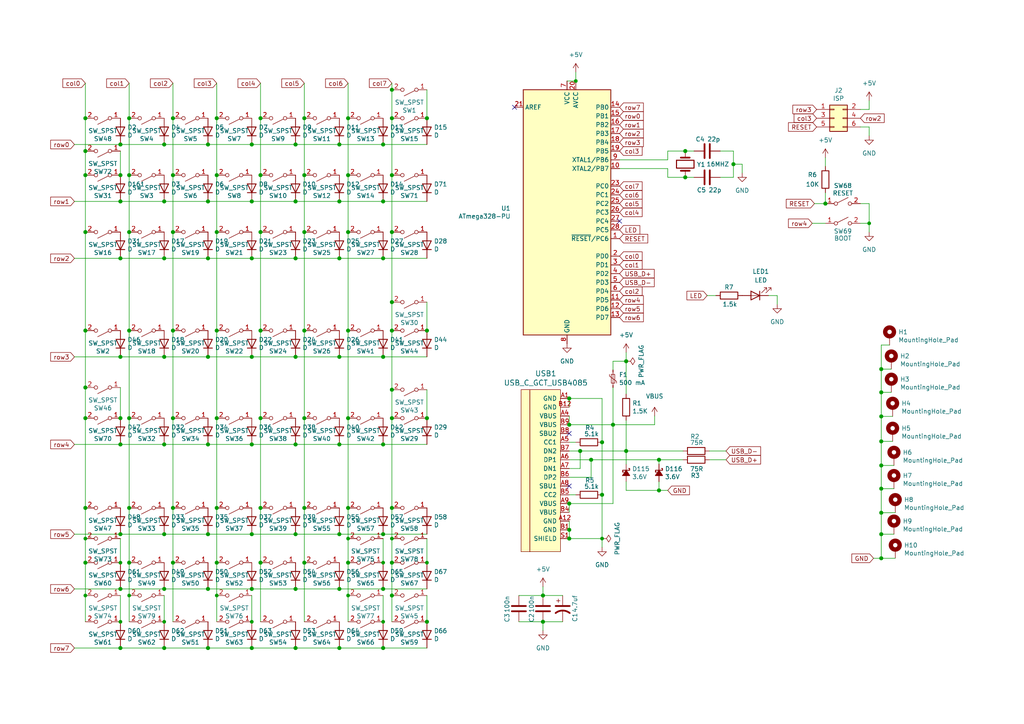
<source format=kicad_sch>
(kicad_sch (version 20211123) (generator eeschema)
  (paper "A4")
  (junction (at 34.925 163.195))
  (junction (at 88.265 95.885) (diameter 1.016))
  (junction (at 37.465 147.32) (diameter 1.016))
  (junction (at 113.665 34.29) (diameter 1.016))
  (junction (at 111.125 41.91) (diameter 1.016))
  (junction (at 174.625 143.51) (diameter 1.016))
  (junction (at 34.925 41.91) (diameter 1.016))
  (junction (at 60.325 187.96) (diameter 1.016))
  (junction (at 24.765 147.32) (diameter 1.016))
  (junction (at 255.6002 161.925) (diameter 1.016))
  (junction (at 255.6002 128.016) (diameter 1.016))
  (junction (at 34.925 187.96) (diameter 1.016))
  (junction (at 111.125 58.42) (diameter 1.016))
  (junction (at 24.765 163.195) (diameter 1.016))
  (junction (at 47.625 154.94) (diameter 1.016))
  (junction (at 111.125 170.815) (diameter 1.016))
  (junction (at 62.865 147.32) (diameter 1.016))
  (junction (at 100.965 50.8) (diameter 1.016))
  (junction (at 113.665 67.31) (diameter 1.016))
  (junction (at 98.425 58.42) (diameter 1.016))
  (junction (at 24.765 172.72))
  (junction (at 60.325 103.505) (diameter 1.016))
  (junction (at 47.625 170.815) (diameter 1.016))
  (junction (at 198.755 43.815) (diameter 1.016))
  (junction (at 123.825 95.885) (diameter 1.016))
  (junction (at 50.165 147.32) (diameter 1.016))
  (junction (at 60.325 74.93) (diameter 1.016))
  (junction (at 165.1 146.05) (diameter 1.016))
  (junction (at 47.625 41.91) (diameter 1.016))
  (junction (at 113.665 113.03) (diameter 1.016))
  (junction (at 113.665 163.195) (diameter 1.016))
  (junction (at 113.665 156.21))
  (junction (at 24.765 112.395) (diameter 1.016))
  (junction (at 174.625 156.21))
  (junction (at 123.825 163.195))
  (junction (at 85.725 128.905) (diameter 1.016))
  (junction (at 111.125 180.34))
  (junction (at 24.765 34.29) (diameter 1.016))
  (junction (at 85.725 58.42) (diameter 1.016))
  (junction (at 24.765 50.8) (diameter 1.016))
  (junction (at 181.61 130.81) (diameter 1.016))
  (junction (at 111.125 187.96) (diameter 1.016))
  (junction (at 37.465 121.285) (diameter 1.016))
  (junction (at 37.465 67.31) (diameter 1.016))
  (junction (at 34.925 121.285) (diameter 1.016))
  (junction (at 50.165 121.285) (diameter 1.016))
  (junction (at 34.925 154.94) (diameter 1.016))
  (junction (at 60.325 154.94) (diameter 1.016))
  (junction (at 85.725 187.96) (diameter 1.016))
  (junction (at 34.925 58.42) (diameter 1.016))
  (junction (at 75.565 163.195) (diameter 1.016))
  (junction (at 198.755 51.435) (diameter 1.016))
  (junction (at 123.825 121.285) (diameter 1.016))
  (junction (at 123.825 180.34) (diameter 1.016))
  (junction (at 85.725 103.505) (diameter 1.016))
  (junction (at 98.425 154.94) (diameter 1.016))
  (junction (at 212.725 47.625) (diameter 1.016))
  (junction (at 60.325 58.42) (diameter 1.016))
  (junction (at 191.135 133.35) (diameter 1.016))
  (junction (at 85.725 74.93) (diameter 1.016))
  (junction (at 37.465 50.8) (diameter 1.016))
  (junction (at 62.865 163.195) (diameter 1.016))
  (junction (at 60.325 170.815) (diameter 1.016))
  (junction (at 88.265 50.8) (diameter 1.016))
  (junction (at 50.165 50.8) (diameter 1.016))
  (junction (at 113.665 87.63) (diameter 1.016))
  (junction (at 88.265 34.29) (diameter 1.016))
  (junction (at 75.565 121.285) (diameter 1.016))
  (junction (at 113.665 50.8) (diameter 1.016))
  (junction (at 24.765 156.21))
  (junction (at 73.025 170.815) (diameter 1.016))
  (junction (at 88.265 147.32) (diameter 1.016))
  (junction (at 24.765 121.285) (diameter 1.016))
  (junction (at 165.1 115.57) (diameter 1.016))
  (junction (at 255.6002 107.061) (diameter 1.016))
  (junction (at 98.425 170.815) (diameter 1.016))
  (junction (at 47.625 187.96) (diameter 1.016))
  (junction (at 50.165 34.29) (diameter 1.016))
  (junction (at 47.625 180.34))
  (junction (at 165.1 153.67) (diameter 1.016))
  (junction (at 111.125 163.195))
  (junction (at 177.8 123.19) (diameter 1.016))
  (junction (at 255.6002 120.777) (diameter 1.016))
  (junction (at 34.925 50.8) (diameter 1.016))
  (junction (at 75.565 67.31) (diameter 1.016))
  (junction (at 34.925 103.505) (diameter 1.016))
  (junction (at 100.965 67.31) (diameter 1.016))
  (junction (at 24.765 67.31) (diameter 1.016))
  (junction (at 73.025 154.94) (diameter 1.016))
  (junction (at 255.6002 135.001) (diameter 1.016))
  (junction (at 100.965 121.285) (diameter 1.016))
  (junction (at 37.465 163.195) (diameter 1.016))
  (junction (at 62.865 95.885) (diameter 1.016))
  (junction (at 75.565 95.885) (diameter 1.016))
  (junction (at 73.025 180.34))
  (junction (at 85.725 170.815) (diameter 1.016))
  (junction (at 75.565 50.8) (diameter 1.016))
  (junction (at 75.565 147.32) (diameter 1.016))
  (junction (at 88.265 163.195) (diameter 1.016))
  (junction (at 73.025 103.505) (diameter 1.016))
  (junction (at 111.125 128.905) (diameter 1.016))
  (junction (at 123.825 34.29) (diameter 1.016))
  (junction (at 111.125 154.94) (diameter 1.016))
  (junction (at 62.865 172.72))
  (junction (at 98.425 187.96) (diameter 1.016))
  (junction (at 157.48 172.72) (diameter 1.016))
  (junction (at 171.45 133.35) (diameter 1.016))
  (junction (at 255.6002 154.94) (diameter 1.016))
  (junction (at 113.665 26.035) (diameter 1.016))
  (junction (at 75.565 34.29) (diameter 1.016))
  (junction (at 50.165 67.31) (diameter 1.016))
  (junction (at 157.48 180.34) (diameter 1.016))
  (junction (at 100.965 156.21))
  (junction (at 111.125 103.505) (diameter 1.016))
  (junction (at 73.025 187.96) (diameter 1.016))
  (junction (at 60.325 41.91) (diameter 1.016))
  (junction (at 47.625 103.505) (diameter 1.016))
  (junction (at 34.925 180.34))
  (junction (at 24.765 43.815) (diameter 1.016))
  (junction (at 62.865 67.31) (diameter 1.016))
  (junction (at 174.625 128.27) (diameter 1.016))
  (junction (at 73.025 74.93) (diameter 1.016))
  (junction (at 73.025 128.905) (diameter 1.016))
  (junction (at 167.005 23.495))
  (junction (at 100.965 34.29) (diameter 1.016))
  (junction (at 34.925 170.815) (diameter 1.016))
  (junction (at 88.265 121.285) (diameter 1.016))
  (junction (at 100.965 163.195) (diameter 1.016))
  (junction (at 62.865 121.285) (diameter 1.016))
  (junction (at 37.465 172.72))
  (junction (at 100.965 95.885) (diameter 1.016))
  (junction (at 255.6002 141.732) (diameter 1.016))
  (junction (at 98.425 103.505) (diameter 1.016))
  (junction (at 100.965 172.72))
  (junction (at 111.125 74.93) (diameter 1.016))
  (junction (at 100.965 147.32) (diameter 1.016))
  (junction (at 47.625 58.42) (diameter 1.016))
  (junction (at 73.025 58.42) (diameter 1.016))
  (junction (at 255.6002 148.717) (diameter 1.016))
  (junction (at 98.425 74.93) (diameter 1.016))
  (junction (at 60.325 128.905) (diameter 1.016))
  (junction (at 98.425 41.91) (diameter 1.016))
  (junction (at 113.665 121.285) (diameter 1.016))
  (junction (at 113.665 95.885) (diameter 1.016))
  (junction (at 85.725 154.94) (diameter 1.016))
  (junction (at 34.925 74.93) (diameter 1.016))
  (junction (at 37.465 34.29) (diameter 1.016))
  (junction (at 24.765 95.885) (diameter 1.016))
  (junction (at 181.61 104.775) (diameter 1.016))
  (junction (at 252.095 64.77))
  (junction (at 168.275 130.81) (diameter 1.016))
  (junction (at 113.665 172.72) (diameter 1.016))
  (junction (at 98.425 128.905) (diameter 1.016))
  (junction (at 255.6002 113.792) (diameter 1.016))
  (junction (at 37.465 95.885) (diameter 1.016))
  (junction (at 239.395 59.055) (diameter 1.016))
  (junction (at 50.165 163.195) (diameter 1.016))
  (junction (at 113.665 147.32) (diameter 1.016))
  (junction (at 62.865 34.29) (diameter 1.016))
  (junction (at 165.1 123.19) (diameter 1.016))
  (junction (at 47.625 128.905) (diameter 1.016))
  (junction (at 73.025 41.91) (diameter 1.016))
  (junction (at 50.165 95.885) (diameter 1.016))
  (junction (at 62.865 50.8) (diameter 1.016))
  (junction (at 88.265 67.31) (diameter 1.016))
  (junction (at 47.625 74.93) (diameter 1.016))
  (junction (at 191.135 142.24) (diameter 1.016))
  (junction (at 165.1 156.21) (diameter 1.016))
  (junction (at 34.925 128.905) (diameter 1.016))
  (junction (at 85.725 41.91) (diameter 1.016))
  (no_connect (at 165.1 140.97))
  (no_connect (at 165.1 125.73))
  (no_connect (at 179.705 64.135))
  (no_connect (at 149.225 31.115))
  (wire (pts (xy 236.22 59.055) (xy 239.395 59.055)))
  (wire (pts (xy 239.395 59.055) (xy 239.395 55.88)))
  (wire (pts (xy 111.125 172.72) (xy 111.125 180.34)))
  (wire (pts (xy 37.465 147.32) (xy 37.465 163.195)))
  (wire (pts (xy 62.865 50.8) (xy 62.865 67.31)))
  (wire (pts (xy 24.765 34.29) (xy 24.765 43.815)))
  (wire (pts (xy 212.725 47.625) (xy 212.725 51.435)))
  (wire (pts (xy 111.125 170.815) (xy 123.825 170.815)))
  (wire (pts (xy 191.135 142.24) (xy 191.135 139.7)))
  (wire (pts (xy 174.625 156.21) (xy 174.625 158.75)))
  (wire (pts (xy 73.025 187.96) (xy 85.725 187.96)))
  (wire (pts (xy 205.105 85.725) (xy 207.645 85.725)))
  (wire (pts (xy 73.025 154.94) (xy 85.725 154.94)))
  (wire (pts (xy 165.1 130.81) (xy 168.275 130.81)))
  (wire (pts (xy 37.465 34.29) (xy 37.465 50.8)))
  (wire (pts (xy 201.295 43.815) (xy 198.755 43.815)))
  (wire (pts (xy 113.665 24.13) (xy 113.665 26.035)))
  (wire (pts (xy 171.45 138.43) (xy 171.45 133.35)))
  (wire (pts (xy 34.925 43.815) (xy 34.925 50.8)))
  (wire (pts (xy 62.865 95.885) (xy 62.865 121.285)))
  (wire (pts (xy 181.61 130.81) (xy 198.12 130.81)))
  (wire (pts (xy 165.1 146.05) (xy 177.8 146.05)))
  (wire (pts (xy 165.1 133.35) (xy 171.45 133.35)))
  (wire (pts (xy 100.965 163.195) (xy 100.965 156.21)))
  (wire (pts (xy 88.265 163.195) (xy 88.265 180.34)))
  (wire (pts (xy 47.625 172.72) (xy 47.625 180.34)))
  (wire (pts (xy 111.125 154.94) (xy 123.825 154.94)))
  (wire (pts (xy 37.465 121.285) (xy 37.465 147.32)))
  (wire (pts (xy 123.825 156.21) (xy 123.825 163.195)))
  (wire (pts (xy 113.665 172.72) (xy 113.665 180.34)))
  (wire (pts (xy 255.6002 128.016) (xy 258.9022 128.016)))
  (wire (pts (xy 34.925 58.42) (xy 47.625 58.42)))
  (wire (pts (xy 24.765 172.72) (xy 24.765 180.34)))
  (wire (pts (xy 165.1 120.65) (xy 165.1 123.19)))
  (wire (pts (xy 34.925 172.72) (xy 34.925 180.34)))
  (wire (pts (xy 98.425 58.42) (xy 111.125 58.42)))
  (wire (pts (xy 100.965 163.195) (xy 100.965 172.72)))
  (wire (pts (xy 208.915 43.815) (xy 212.725 43.815)))
  (wire (pts (xy 34.925 41.91) (xy 21.59 41.91)))
  (wire (pts (xy 252.095 39.37) (xy 252.095 36.83)))
  (wire (pts (xy 50.165 147.32) (xy 50.165 121.285)))
  (wire (pts (xy 165.1 156.21) (xy 174.625 156.21)))
  (wire (pts (xy 113.665 34.29) (xy 113.665 50.8)))
  (wire (pts (xy 34.925 112.395) (xy 34.925 121.285)))
  (wire (pts (xy 73.025 103.505) (xy 85.725 103.505)))
  (wire (pts (xy 252.095 67.31) (xy 252.095 64.77)))
  (wire (pts (xy 252.095 64.77) (xy 252.095 59.055)))
  (wire (pts (xy 75.565 24.13) (xy 75.565 34.29)))
  (wire (pts (xy 113.665 87.63) (xy 113.665 95.885)))
  (wire (pts (xy 100.965 172.72) (xy 100.965 180.34)))
  (wire (pts (xy 123.825 26.035) (xy 123.825 34.29)))
  (wire (pts (xy 168.275 135.89) (xy 168.275 130.81)))
  (wire (pts (xy 75.565 163.195) (xy 75.565 147.32)))
  (wire (pts (xy 193.675 48.895) (xy 193.675 51.435)))
  (wire (pts (xy 111.125 74.93) (xy 123.825 74.93)))
  (wire (pts (xy 113.665 163.195) (xy 113.665 172.72)))
  (wire (pts (xy 50.165 24.13) (xy 50.165 34.29)))
  (wire (pts (xy 177.8 146.05) (xy 177.8 123.19)))
  (wire (pts (xy 174.625 143.51) (xy 174.625 156.21)))
  (wire (pts (xy 123.825 172.72) (xy 123.825 180.34)))
  (wire (pts (xy 34.925 170.815) (xy 47.625 170.815)))
  (wire (pts (xy 60.325 187.96) (xy 73.025 187.96)))
  (wire (pts (xy 88.265 34.29) (xy 88.265 50.8)))
  (wire (pts (xy 37.465 163.195) (xy 37.465 172.72)))
  (wire (pts (xy 113.665 113.03) (xy 113.665 121.285)))
  (wire (pts (xy 239.395 45.72) (xy 239.395 48.26)))
  (wire (pts (xy 34.925 103.505) (xy 21.59 103.505)))
  (wire (pts (xy 73.025 41.91) (xy 60.325 41.91)))
  (wire (pts (xy 157.48 180.34) (xy 157.48 182.88)))
  (wire (pts (xy 85.725 41.91) (xy 73.025 41.91)))
  (wire (pts (xy 255.6002 120.777) (xy 258.9022 120.777)))
  (wire (pts (xy 50.165 163.195) (xy 50.165 147.32)))
  (wire (pts (xy 181.61 121.92) (xy 181.61 130.81)))
  (wire (pts (xy 98.425 128.905) (xy 111.125 128.905)))
  (wire (pts (xy 111.125 187.96) (xy 123.825 187.96)))
  (wire (pts (xy 88.265 95.885) (xy 88.265 121.285)))
  (wire (pts (xy 85.725 187.96) (xy 98.425 187.96)))
  (wire (pts (xy 165.1 146.05) (xy 165.1 148.59)))
  (wire (pts (xy 34.925 103.505) (xy 47.625 103.505)))
  (wire (pts (xy 85.725 103.505) (xy 98.425 103.505)))
  (wire (pts (xy 62.865 172.72) (xy 62.865 180.34)))
  (wire (pts (xy 24.765 43.815) (xy 24.765 50.8)))
  (wire (pts (xy 255.6002 161.925) (xy 259.6642 161.925)))
  (wire (pts (xy 50.165 163.195) (xy 50.165 180.34)))
  (wire (pts (xy 235.585 64.77) (xy 239.395 64.77)))
  (wire (pts (xy 47.625 154.94) (xy 60.325 154.94)))
  (wire (pts (xy 75.565 50.8) (xy 75.565 67.31)))
  (wire (pts (xy 47.625 58.42) (xy 60.325 58.42)))
  (wire (pts (xy 73.025 74.93) (xy 85.725 74.93)))
  (wire (pts (xy 255.6002 141.732) (xy 259.2832 141.732)))
  (wire (pts (xy 85.725 170.815) (xy 98.425 170.815)))
  (wire (pts (xy 255.6002 100.076) (xy 255.6002 107.061)))
  (wire (pts (xy 189.865 120.65) (xy 189.865 123.19)))
  (wire (pts (xy 123.825 113.03) (xy 123.825 121.285)))
  (wire (pts (xy 34.925 156.21) (xy 34.925 163.195)))
  (wire (pts (xy 88.265 121.285) (xy 88.265 147.32)))
  (wire (pts (xy 225.425 88.265) (xy 225.425 85.725)))
  (wire (pts (xy 100.965 50.8) (xy 100.965 67.31)))
  (wire (pts (xy 60.325 154.94) (xy 73.025 154.94)))
  (wire (pts (xy 34.925 187.96) (xy 47.625 187.96)))
  (wire (pts (xy 85.725 154.94) (xy 98.425 154.94)))
  (wire (pts (xy 37.465 34.29) (xy 37.465 24.13)))
  (wire (pts (xy 24.765 121.285) (xy 24.765 112.395)))
  (wire (pts (xy 24.765 24.13) (xy 24.765 34.29)))
  (wire (pts (xy 37.465 95.885) (xy 37.465 121.285)))
  (wire (pts (xy 60.325 170.815) (xy 73.025 170.815)))
  (wire (pts (xy 73.025 172.72) (xy 73.025 180.34)))
  (wire (pts (xy 113.665 121.285) (xy 113.665 147.32)))
  (wire (pts (xy 75.565 147.32) (xy 75.565 121.285)))
  (wire (pts (xy 191.135 133.35) (xy 191.135 134.62)))
  (wire (pts (xy 37.465 67.31) (xy 37.465 95.885)))
  (wire (pts (xy 24.765 95.885) (xy 24.765 67.31)))
  (wire (pts (xy 88.265 147.32) (xy 88.265 163.195)))
  (wire (pts (xy 255.6002 107.061) (xy 258.5212 107.061)))
  (wire (pts (xy 21.59 187.96) (xy 34.925 187.96)))
  (wire (pts (xy 123.825 87.63) (xy 123.825 95.885)))
  (wire (pts (xy 222.885 85.725) (xy 225.425 85.725)))
  (wire (pts (xy 177.8 104.775) (xy 181.61 104.775)))
  (wire (pts (xy 111.125 58.42) (xy 123.825 58.42)))
  (wire (pts (xy 98.425 74.93) (xy 111.125 74.93)))
  (wire (pts (xy 50.165 50.8) (xy 50.165 67.31)))
  (wire (pts (xy 75.565 34.29) (xy 75.565 50.8)))
  (wire (pts (xy 88.265 50.8) (xy 88.265 67.31)))
  (wire (pts (xy 47.625 41.91) (xy 34.925 41.91)))
  (wire (pts (xy 100.965 24.13) (xy 100.965 34.29)))
  (wire (pts (xy 165.1 153.67) (xy 165.1 156.21)))
  (wire (pts (xy 113.665 95.885) (xy 113.665 113.03)))
  (wire (pts (xy 249.555 59.055) (xy 252.095 59.055)))
  (wire (pts (xy 24.765 50.8) (xy 24.765 67.31)))
  (wire (pts (xy 177.8 123.19) (xy 189.865 123.19)))
  (wire (pts (xy 255.6002 113.792) (xy 255.6002 120.777)))
  (wire (pts (xy 249.555 31.75) (xy 252.095 31.75)))
  (wire (pts (xy 201.295 51.435) (xy 198.755 51.435)))
  (wire (pts (xy 75.565 95.885) (xy 75.565 67.31)))
  (wire (pts (xy 168.275 130.81) (xy 181.61 130.81)))
  (wire (pts (xy 73.025 170.815) (xy 85.725 170.815)))
  (wire (pts (xy 37.465 172.72) (xy 37.465 180.34)))
  (wire (pts (xy 24.765 156.21) (xy 24.765 147.32)))
  (wire (pts (xy 212.725 47.625) (xy 215.265 47.625)))
  (wire (pts (xy 60.325 74.93) (xy 73.025 74.93)))
  (wire (pts (xy 123.825 41.91) (xy 111.125 41.91)))
  (wire (pts (xy 111.125 156.21) (xy 111.125 163.195)))
  (wire (pts (xy 177.8 123.19) (xy 177.8 112.395)))
  (wire (pts (xy 21.59 170.815) (xy 34.925 170.815)))
  (wire (pts (xy 113.665 26.035) (xy 113.665 34.29)))
  (wire (pts (xy 252.095 31.75) (xy 252.095 29.21)))
  (wire (pts (xy 88.265 24.13) (xy 88.265 34.29)))
  (wire (pts (xy 62.865 24.13) (xy 62.865 34.29)))
  (wire (pts (xy 60.325 41.91) (xy 47.625 41.91)))
  (wire (pts (xy 165.1 138.43) (xy 171.45 138.43)))
  (wire (pts (xy 255.6002 154.94) (xy 255.6002 161.925)))
  (wire (pts (xy 193.675 43.815) (xy 198.755 43.815)))
  (wire (pts (xy 34.925 74.93) (xy 47.625 74.93)))
  (wire (pts (xy 255.6002 135.001) (xy 255.6002 141.732)))
  (wire (pts (xy 191.135 142.24) (xy 193.675 142.24)))
  (wire (pts (xy 37.465 50.8) (xy 37.465 67.31)))
  (wire (pts (xy 85.725 128.905) (xy 98.425 128.905)))
  (wire (pts (xy 73.025 58.42) (xy 85.725 58.42)))
  (wire (pts (xy 150.495 172.72) (xy 157.48 172.72)))
  (wire (pts (xy 215.265 47.625) (xy 215.265 50.165)))
  (wire (pts (xy 191.135 133.35) (xy 198.12 133.35)))
  (wire (pts (xy 181.61 142.24) (xy 181.61 139.7)))
  (wire (pts (xy 100.965 156.21) (xy 100.965 147.32)))
  (wire (pts (xy 21.59 154.94) (xy 34.925 154.94)))
  (wire (pts (xy 174.625 115.57) (xy 174.625 128.27)))
  (wire (pts (xy 62.865 34.29) (xy 62.865 50.8)))
  (wire (pts (xy 98.425 170.815) (xy 111.125 170.815)))
  (wire (pts (xy 47.625 128.905) (xy 60.325 128.905)))
  (wire (pts (xy 165.1 115.57) (xy 174.625 115.57)))
  (wire (pts (xy 47.625 74.93) (xy 60.325 74.93)))
  (wire (pts (xy 34.925 154.94) (xy 47.625 154.94)))
  (wire (pts (xy 113.665 156.21) (xy 113.665 163.195)))
  (wire (pts (xy 111.125 128.905) (xy 123.825 128.905)))
  (wire (pts (xy 100.965 34.29) (xy 100.965 50.8)))
  (wire (pts (xy 171.45 133.35) (xy 191.135 133.35)))
  (wire (pts (xy 50.165 95.885) (xy 50.165 67.31)))
  (wire (pts (xy 181.61 142.24) (xy 191.135 142.24)))
  (wire (pts (xy 47.625 187.96) (xy 60.325 187.96)))
  (wire (pts (xy 181.61 104.775) (xy 181.61 114.3)))
  (wire (pts (xy 208.915 51.435) (xy 212.725 51.435)))
  (wire (pts (xy 255.6002 120.777) (xy 255.6002 128.016)))
  (wire (pts (xy 165.1 143.51) (xy 167.005 143.51)))
  (wire (pts (xy 174.625 128.27) (xy 174.625 143.51)))
  (wire (pts (xy 205.74 130.81) (xy 210.566 130.81)))
  (wire (pts (xy 249.555 64.77) (xy 252.095 64.77)))
  (wire (pts (xy 60.325 58.42) (xy 73.025 58.42)))
  (wire (pts (xy 47.625 103.505) (xy 60.325 103.505)))
  (wire (pts (xy 167.005 20.955) (xy 167.005 23.495)))
  (wire (pts (xy 253.365 161.925) (xy 255.6002 161.925)))
  (wire (pts (xy 113.665 50.8) (xy 113.665 67.31)))
  (wire (pts (xy 85.725 74.93) (xy 98.425 74.93)))
  (wire (pts (xy 113.665 67.31) (xy 113.665 87.63)))
  (wire (pts (xy 181.61 130.81) (xy 181.61 134.62)))
  (wire (pts (xy 157.48 180.34) (xy 163.195 180.34)))
  (wire (pts (xy 24.765 95.885) (xy 24.765 112.395)))
  (wire (pts (xy 100.965 95.885) (xy 100.965 67.31)))
  (wire (pts (xy 34.925 128.905) (xy 47.625 128.905)))
  (wire (pts (xy 113.665 147.32) (xy 113.665 156.21)))
  (wire (pts (xy 73.025 128.905) (xy 85.725 128.905)))
  (wire (pts (xy 24.765 147.32) (xy 24.765 121.285)))
  (wire (pts (xy 98.425 103.505) (xy 111.125 103.505)))
  (wire (pts (xy 179.705 48.895) (xy 193.675 48.895)))
  (wire (pts (xy 75.565 121.285) (xy 75.565 95.885)))
  (wire (pts (xy 179.705 46.355) (xy 193.675 46.355)))
  (wire (pts (xy 60.325 128.905) (xy 73.025 128.905)))
  (wire (pts (xy 165.1 135.89) (xy 168.275 135.89)))
  (wire (pts (xy 150.495 180.34) (xy 157.48 180.34)))
  (wire (pts (xy 255.6002 148.717) (xy 255.6002 154.94)))
  (wire (pts (xy 98.425 154.94) (xy 111.125 154.94)))
  (wire (pts (xy 111.125 41.91) (xy 98.425 41.91)))
  (wire (pts (xy 157.48 170.18) (xy 157.48 172.72)))
  (wire (pts (xy 100.965 147.32) (xy 100.965 121.285)))
  (wire (pts (xy 255.6002 148.717) (xy 259.6642 148.717)))
  (wire (pts (xy 100.965 121.285) (xy 100.965 95.885)))
  (wire (pts (xy 111.125 103.505) (xy 123.825 103.505)))
  (wire (pts (xy 21.59 58.42) (xy 34.925 58.42)))
  (wire (pts (xy 255.6002 141.732) (xy 255.6002 148.717)))
  (wire (pts (xy 62.865 121.285) (xy 62.865 147.32)))
  (wire (pts (xy 21.59 74.93) (xy 34.925 74.93)))
  (wire (pts (xy 60.325 103.505) (xy 73.025 103.505)))
  (wire (pts (xy 165.1 123.19) (xy 177.8 123.19)))
  (wire (pts (xy 85.725 58.42) (xy 98.425 58.42)))
  (wire (pts (xy 75.565 163.195) (xy 75.565 180.34)))
  (wire (pts (xy 98.425 41.91) (xy 85.725 41.91)))
  (wire (pts (xy 255.6002 128.016) (xy 255.6002 135.001)))
  (wire (pts (xy 88.265 67.31) (xy 88.265 95.885)))
  (wire (pts (xy 258.0132 100.076) (xy 255.6002 100.076)))
  (wire (pts (xy 24.765 163.195) (xy 24.765 156.21)))
  (wire (pts (xy 181.61 102.235) (xy 181.61 104.775)))
  (wire (pts (xy 255.6002 107.061) (xy 255.6002 113.792)))
  (wire (pts (xy 205.74 133.35) (xy 210.566 133.35)))
  (wire (pts (xy 47.625 170.815) (xy 60.325 170.815)))
  (wire (pts (xy 21.59 128.905) (xy 34.925 128.905)))
  (wire (pts (xy 164.465 23.495) (xy 167.005 23.495)))
  (wire (pts (xy 62.865 67.31) (xy 62.865 95.885)))
  (wire (pts (xy 62.865 163.195) (xy 62.865 172.72)))
  (wire (pts (xy 177.8 107.315) (xy 177.8 104.775)))
  (wire (pts (xy 157.48 172.72) (xy 163.195 172.72)))
  (wire (pts (xy 50.165 34.29) (xy 50.165 50.8)))
  (wire (pts (xy 165.1 115.57) (xy 165.1 118.11)))
  (wire (pts (xy 193.675 46.355) (xy 193.675 43.815)))
  (wire (pts (xy 50.165 121.285) (xy 50.165 95.885)))
  (wire (pts (xy 255.6002 154.94) (xy 259.2832 154.94)))
  (wire (pts (xy 62.865 147.32) (xy 62.865 163.195)))
  (wire (pts (xy 255.6002 113.792) (xy 258.5212 113.792)))
  (wire (pts (xy 249.555 36.83) (xy 252.095 36.83)))
  (wire (pts (xy 165.1 151.13) (xy 165.1 153.67)))
  (wire (pts (xy 193.675 51.435) (xy 198.755 51.435)))
  (wire (pts (xy 212.725 43.815) (xy 212.725 47.625)))
  (wire (pts (xy 255.6002 135.001) (xy 259.2832 135.001)))
  (wire (pts (xy 165.1 128.27) (xy 167.005 128.27)))
  (wire (pts (xy 98.425 187.96) (xy 111.125 187.96)))
  (wire (pts (xy 24.765 163.195) (xy 24.765 172.72)))
  (global_label "row4" (shape input) (at 235.585 64.77 180) (property "Intersheet References" "${INTERSHEET_REFS}" (effects hide)))
  (global_label "col3" (shape input) (at 62.865 24.13 180) (property "Intersheet References" "${INTERSHEET_REFS}" (effects hide)))
  (global_label "LED" (shape input) (at 205.105 85.725 180) (property "Intersheet References" "${INTERSHEET_REFS}" (effects hide)))
  (global_label "row6" (shape input) (at 21.59 170.815 180) (property "Intersheet References" "${INTERSHEET_REFS}" (effects hide)))
  (global_label "row3" (shape input) (at 236.855 31.75 180) (property "Intersheet References" "${INTERSHEET_REFS}" (effects hide)))
  (global_label "col7" (shape input) (at 113.665 24.13 180) (property "Intersheet References" "${INTERSHEET_REFS}" (effects hide)))
  (global_label "col2" (shape input) (at 179.705 84.455 0) (property "Intersheet References" "${INTERSHEET_REFS}" (effects hide)))
  (global_label "row4" (shape input) (at 179.705 86.995 0) (property "Intersheet References" "${INTERSHEET_REFS}" (effects hide)))
  (global_label "col1" (shape input) (at 37.465 24.13 180) (property "Intersheet References" "${INTERSHEET_REFS}" (effects hide)))
  (global_label "row1" (shape input) (at 21.59 58.42 180) (property "Intersheet References" "${INTERSHEET_REFS}" (effects hide)))
  (global_label "row3" (shape input) (at 179.705 41.275 0) (property "Intersheet References" "${INTERSHEET_REFS}" (effects hide)))
  (global_label "col5" (shape input) (at 88.265 24.13 180) (property "Intersheet References" "${INTERSHEET_REFS}" (effects hide)))
  (global_label "row2" (shape input) (at 21.59 74.93 180) (property "Intersheet References" "${INTERSHEET_REFS}" (effects hide)))
  (global_label "RESET" (shape input) (at 179.705 69.215 0) (property "Intersheet References" "${INTERSHEET_REFS}" (effects hide)))
  (global_label "row2" (shape input) (at 249.555 34.29 0) (property "Intersheet References" "${INTERSHEET_REFS}" (effects hide)))
  (global_label "col1" (shape input) (at 179.705 76.835 0) (property "Intersheet References" "${INTERSHEET_REFS}" (effects hide)))
  (global_label "row6" (shape input) (at 179.705 92.075 0) (property "Intersheet References" "${INTERSHEET_REFS}" (effects hide)))
  (global_label "col4" (shape input) (at 179.705 61.595 0) (property "Intersheet References" "${INTERSHEET_REFS}" (effects hide)))
  (global_label "col6" (shape input) (at 179.705 56.515 0) (property "Intersheet References" "${INTERSHEET_REFS}" (effects hide)))
  (global_label "col0" (shape input) (at 24.765 24.13 180) (property "Intersheet References" "${INTERSHEET_REFS}" (effects hide)))
  (global_label "col3" (shape input) (at 236.855 34.29 180) (property "Intersheet References" "${INTERSHEET_REFS}" (effects hide)))
  (global_label "row0" (shape input) (at 179.705 33.655 0) (property "Intersheet References" "${INTERSHEET_REFS}" (effects hide)))
  (global_label "col3" (shape input) (at 179.705 43.815 0) (property "Intersheet References" "${INTERSHEET_REFS}" (effects hide)))
  (global_label "row0" (shape input) (at 21.59 41.91 180) (property "Intersheet References" "${INTERSHEET_REFS}" (effects hide)))
  (global_label "LED" (shape input) (at 179.705 66.675 0) (property "Intersheet References" "${INTERSHEET_REFS}" (effects hide)))
  (global_label "col5" (shape input) (at 179.705 59.055 0) (property "Intersheet References" "${INTERSHEET_REFS}" (effects hide)))
  (global_label "USB_D+" (shape input) (at 179.705 79.375 0) (property "Intersheet References" "${INTERSHEET_REFS}" (effects hide)))
  (global_label "USB_D-" (shape input) (at 179.705 81.915 0) (property "Intersheet References" "${INTERSHEET_REFS}" (effects hide)))
  (global_label "col7" (shape input) (at 179.705 53.975 0) (property "Intersheet References" "${INTERSHEET_REFS}" (effects hide)))
  (global_label "row4" (shape input) (at 21.59 128.905 180) (property "Intersheet References" "${INTERSHEET_REFS}" (effects hide)))
  (global_label "row7" (shape input) (at 21.59 187.96 180) (property "Intersheet References" "${INTERSHEET_REFS}" (effects hide)))
  (global_label "GND" (shape input) (at 253.365 161.925 180) (property "Intersheet References" "${INTERSHEET_REFS}" (effects hide)))
  (global_label "row5" (shape input) (at 179.705 89.535 0) (property "Intersheet References" "${INTERSHEET_REFS}" (effects hide)))
  (global_label "col6" (shape input) (at 100.965 24.13 180) (property "Intersheet References" "${INTERSHEET_REFS}" (effects hide)))
  (global_label "row3" (shape input) (at 21.59 103.505 180) (property "Intersheet References" "${INTERSHEET_REFS}" (effects hide)))
  (global_label "row5" (shape input) (at 21.59 154.94 180) (property "Intersheet References" "${INTERSHEET_REFS}" (effects hide)))
  (global_label "RESET" (shape input) (at 236.855 36.83 180) (property "Intersheet References" "${INTERSHEET_REFS}" (effects hide)))
  (global_label "col0" (shape input) (at 179.705 74.295 0) (property "Intersheet References" "${INTERSHEET_REFS}" (effects hide)))
  (global_label "row1" (shape input) (at 179.705 36.195 0) (property "Intersheet References" "${INTERSHEET_REFS}" (effects hide)))
  (global_label "USB_D+" (shape input) (at 210.566 133.35 0) (property "Intersheet References" "${INTERSHEET_REFS}" (effects hide)))
  (global_label "col2" (shape input) (at 50.165 24.13 180) (property "Intersheet References" "${INTERSHEET_REFS}" (effects hide)))
  (global_label "row7" (shape input) (at 179.705 31.115 0) (property "Intersheet References" "${INTERSHEET_REFS}" (effects hide)))
  (global_label "RESET" (shape input) (at 236.22 59.055 180) (property "Intersheet References" "${INTERSHEET_REFS}" (effects hide)))
  (global_label "GND" (shape input) (at 193.675 142.24 0) (property "Intersheet References" "${INTERSHEET_REFS}" (effects hide)))
  (global_label "USB_D-" (shape input) (at 210.566 130.81 0) (property "Intersheet References" "${INTERSHEET_REFS}" (effects hide)))
  (global_label "row2" (shape input) (at 179.705 38.735 0) (property "Intersheet References" "${INTERSHEET_REFS}" (effects hide)))
  (global_label "col4" (shape input) (at 75.565 24.13 180) (property "Intersheet References" "${INTERSHEET_REFS}" (effects hide)))
  (symbol (lib_id "Device:D") (at 123.825 38.1 90) (unit 1)
    (property "Reference" "D15" (at 125.8316 36.9316 90) (effects (justify right)))
    (property "Value" "D" (at 125.8316 39.243 90) (effects (justify right)))
    (property "Footprint" "Diode_THT:D_DO-35_SOD27_P7.62mm_Horizontal" (effects hide))
  )
  (symbol (lib_id "Switch:SW_SPST") (at 42.545 34.29 180) (unit 1)
    (property "Reference" "SW4" (at 42.545 40.259 0))
    (property "Value" "SW_SPST" (at 42.545 37.9476 0))
    (property "Footprint" "MX_Only:MXOnly-1U-NoLED" (effects hide))
  )
  (symbol (lib_id "Switch:SW_SPST") (at 93.345 34.29 180) (unit 1)
    (property "Reference" "SW11" (at 93.345 40.259 0))
    (property "Value" "SW_SPST" (at 93.345 37.9476 0))
    (property "Footprint" "MX_Only:MXOnly-1U-NoLED" (effects hide))
  )
  (symbol (lib_id "Switch:SW_SPST") (at 55.245 34.29 180) (unit 1)
    (property "Reference" "SW5" (at 55.245 40.259 0))
    (property "Value" "SW_SPST" (at 55.245 37.9476 0))
    (property "Footprint" "MX_Only:MXOnly-1U-NoLED" (effects hide))
  )
  (symbol (lib_id "Device:D") (at 98.425 38.1 90) (unit 1)
    (property "Reference" "D11" (at 100.4316 36.9316 90) (effects (justify right)))
    (property "Value" "D" (at 100.4316 39.243 90) (effects (justify right)))
    (property "Footprint" "Diode_THT:D_DO-35_SOD27_P7.62mm_Horizontal" (effects hide))
  )
  (symbol (lib_id "Switch:SW_SPST") (at 106.045 34.29 180) (unit 1)
    (property "Reference" "SW13" (at 106.045 40.259 0))
    (property "Value" "SW_SPST" (at 106.045 37.9476 0))
    (property "Footprint" "MX_Only:MXOnly-1U-NoLED" (effects hide))
  )
  (symbol (lib_id "Switch:SW_SPST") (at 118.745 34.29 180) (unit 1)
    (property "Reference" "SW15" (at 118.745 40.259 0))
    (property "Value" "SW_SPST" (at 118.745 37.9476 0))
    (property "Footprint" "MX_Only:MXOnly-1U-NoLED" (effects hide))
  )
  (symbol (lib_id "Device:D") (at 111.125 38.1 90) (unit 1)
    (property "Reference" "D13" (at 113.1316 36.9316 90) (effects (justify right)))
    (property "Value" "D" (at 113.1316 39.243 90) (effects (justify right)))
    (property "Footprint" "Diode_THT:D_DO-35_SOD27_P7.62mm_Horizontal" (effects hide))
  )
  (symbol (lib_id "Device:D") (at 85.725 38.1 90) (unit 1)
    (property "Reference" "D9" (at 87.7316 36.9316 90) (effects (justify right)))
    (property "Value" "D" (at 87.7316 39.243 90) (effects (justify right)))
    (property "Footprint" "Diode_THT:D_DO-35_SOD27_P7.62mm_Horizontal" (effects hide))
  )
  (symbol (lib_id "Device:D") (at 60.325 38.1 90) (unit 1)
    (property "Reference" "D5" (at 62.3316 36.9316 90) (effects (justify right)))
    (property "Value" "D" (at 62.3316 39.243 90) (effects (justify right)))
    (property "Footprint" "Diode_THT:D_DO-35_SOD27_P7.62mm_Horizontal" (effects hide))
  )
  (symbol (lib_id "Device:D") (at 47.625 38.1 90) (unit 1)
    (property "Reference" "D4" (at 49.6316 36.9316 90) (effects (justify right)))
    (property "Value" "D" (at 49.6316 39.243 90) (effects (justify right)))
    (property "Footprint" "Diode_THT:D_DO-35_SOD27_P7.62mm_Horizontal" (effects hide))
  )
  (symbol (lib_id "Device:D") (at 73.025 38.1 90) (unit 1)
    (property "Reference" "D7" (at 75.0316 36.9316 90) (effects (justify right)))
    (property "Value" "D" (at 75.0316 39.243 90) (effects (justify right)))
    (property "Footprint" "Diode_THT:D_DO-35_SOD27_P7.62mm_Horizontal" (effects hide))
  )
  (symbol (lib_id "Switch:SW_SPST") (at 80.645 34.29 180) (unit 1)
    (property "Reference" "SW9" (at 80.645 40.259 0))
    (property "Value" "SW_SPST" (at 80.645 37.9476 0))
    (property "Footprint" "MX_Only:MXOnly-1U-NoLED" (effects hide))
  )
  (symbol (lib_id "Switch:SW_SPST") (at 67.945 34.29 180) (unit 1)
    (property "Reference" "SW7" (at 67.945 40.259 0))
    (property "Value" "SW_SPST" (at 67.945 37.9476 0))
    (property "Footprint" "MX_Only:MXOnly-1U-NoLED" (effects hide))
  )
  (symbol (lib_id "Switch:SW_SPST") (at 29.845 34.29 180) (unit 1)
    (property "Reference" "SW48" (at 29.845 40.259 0))
    (property "Value" "SW_SPST" (at 29.845 37.9476 0))
    (property "Footprint" "MX_Only:MXOnly-1U-NoLED" (effects hide))
  )
  (symbol (lib_id "Device:D") (at 34.925 38.1 90) (unit 1)
    (property "Reference" "D2" (at 36.9316 36.9316 90) (effects (justify right)))
    (property "Value" "D" (at 36.9316 39.243 90) (effects (justify right)))
    (property "Footprint" "Diode_THT:D_DO-35_SOD27_P7.62mm_Horizontal" (effects hide))
  )
  (symbol (lib_id "Mechanical:MountingHole_Pad") (at 258.0132 97.536 0) (unit 1)
    (property "Reference" "H1" (at 260.5532 96.2914 0) (effects (justify left)))
    (property "Value" "MountingHole_Pad" (at 260.5532 98.6028 0) (effects (justify left)))
    (property "Footprint" "MountingHole:MountingHole_2.2mm_M2_DIN965_Pad" (effects hide))
  )
  (symbol (lib_id "Mechanical:MountingHole_Pad") (at 258.5212 104.521 0) (unit 1)
    (property "Reference" "H2" (at 261.0612 103.2764 0) (effects (justify left)))
    (property "Value" "MountingHole_Pad" (at 261.0612 105.5878 0) (effects (justify left)))
    (property "Footprint" "MountingHole:MountingHole_2.2mm_M2_DIN965_Pad" (effects hide))
  )
  (symbol (lib_id "Mechanical:MountingHole_Pad") (at 258.5212 111.252 0) (unit 1)
    (property "Reference" "H3" (at 261.0612 110.0074 0) (effects (justify left)))
    (property "Value" "MountingHole_Pad" (at 261.0612 112.3188 0) (effects (justify left)))
    (property "Footprint" "MountingHole:MountingHole_2.2mm_M2_DIN965_Pad" (effects hide))
  )
  (symbol (lib_id "Mechanical:MountingHole_Pad") (at 258.9022 118.237 0) (unit 1)
    (property "Reference" "H4" (at 261.4422 116.9924 0) (effects (justify left)))
    (property "Value" "MountingHole_Pad" (at 261.4422 119.3038 0) (effects (justify left)))
    (property "Footprint" "MountingHole:MountingHole_2.2mm_M2_DIN965_Pad" (effects hide))
  )
  (symbol (lib_id "Mechanical:MountingHole_Pad") (at 258.9022 125.476 0) (unit 1)
    (property "Reference" "H5" (at 261.4422 124.2314 0) (effects (justify left)))
    (property "Value" "MountingHole_Pad" (at 261.4422 126.5428 0) (effects (justify left)))
    (property "Footprint" "MountingHole:MountingHole_2.2mm_M2_DIN965_Pad" (effects hide))
  )
  (symbol (lib_id "Mechanical:MountingHole_Pad") (at 259.2832 132.461 0) (unit 1)
    (property "Reference" "H6" (at 261.8232 131.2164 0) (effects (justify left)))
    (property "Value" "MountingHole_Pad" (at 261.8232 133.5278 0) (effects (justify left)))
    (property "Footprint" "MountingHole:MountingHole_2.2mm_M2_DIN965_Pad" (effects hide))
  )
  (symbol (lib_id "Mechanical:MountingHole_Pad") (at 259.2832 139.192 0) (unit 1)
    (property "Reference" "H7" (at 261.8232 137.9474 0) (effects (justify left)))
    (property "Value" "MountingHole_Pad" (at 261.8232 140.2588 0) (effects (justify left)))
    (property "Footprint" "MountingHole:MountingHole_2.2mm_M2_DIN965_Pad" (effects hide))
  )
  (symbol (lib_id "Mechanical:MountingHole_Pad") (at 259.6642 146.177 0) (unit 1)
    (property "Reference" "H8" (at 262.2042 144.9324 0) (effects (justify left)))
    (property "Value" "MountingHole_Pad" (at 262.2042 147.2438 0) (effects (justify left)))
    (property "Footprint" "MountingHole:MountingHole_2.2mm_M2_DIN965_Pad" (effects hide))
  )
  (symbol (lib_id "Mechanical:MountingHole_Pad") (at 259.2832 152.4 0) (unit 1)
    (property "Reference" "H9" (at 261.8232 151.1554 0) (effects (justify left)))
    (property "Value" "MountingHole_Pad" (at 261.8232 153.4668 0) (effects (justify left)))
    (property "Footprint" "MountingHole:MountingHole_2.2mm_M2_DIN965_Pad" (effects hide))
  )
  (symbol (lib_id "Mechanical:MountingHole_Pad") (at 259.6642 159.385 0) (unit 1)
    (property "Reference" "H10" (at 262.2042 158.1404 0) (effects (justify left)))
    (property "Value" "MountingHole_Pad" (at 262.2042 160.4518 0) (effects (justify left)))
    (property "Footprint" "MountingHole:MountingHole_2.2mm_M2_DIN965_Pad" (effects hide))
  )
  (symbol (lib_id "Switch:SW_SPST") (at 118.745 172.72 180) (unit 1)
    (property "Reference" "SW45" (at 118.745 178.689 0))
    (property "Value" "SW_SPST" (at 118.745 176.3776 0))
    (property "Footprint" "MX_Only:MXOnly-2.75U-NoLED" (effects hide))
  )
  (symbol (lib_id "Device:D") (at 123.825 54.61 90) (unit 1)
    (property "Reference" "D71" (at 125.8316 53.4416 90) (effects (justify right)))
    (property "Value" "D" (at 125.8316 55.753 90) (effects (justify right)))
    (property "Footprint" "Diode_THT:D_DO-35_SOD27_P7.62mm_Horizontal" (effects hide))
  )
  (symbol (lib_id "Switch:SW_SPST") (at 42.545 50.8 180) (unit 1)
    (property "Reference" "SW3" (at 42.545 56.769 0))
    (property "Value" "SW_SPST" (at 42.545 54.4576 0))
    (property "Footprint" "MX_Only:MXOnly-1U-NoLED" (effects hide))
  )
  (symbol (lib_id "Switch:SW_SPST") (at 93.345 50.8 180) (unit 1)
    (property "Reference" "SW12" (at 93.345 56.769 0))
    (property "Value" "SW_SPST" (at 93.345 54.4576 0))
    (property "Footprint" "MX_Only:MXOnly-1U-NoLED" (effects hide))
  )
  (symbol (lib_id "Switch:SW_SPST") (at 55.245 50.8 180) (unit 1)
    (property "Reference" "SW6" (at 55.245 56.769 0))
    (property "Value" "SW_SPST" (at 55.245 54.4576 0))
    (property "Footprint" "MX_Only:MXOnly-1U-NoLED" (effects hide))
  )
  (symbol (lib_id "Device:D") (at 98.425 54.61 90) (unit 1)
    (property "Reference" "D12" (at 100.4316 53.4416 90) (effects (justify right)))
    (property "Value" "D" (at 100.4316 55.753 90) (effects (justify right)))
    (property "Footprint" "Diode_THT:D_DO-35_SOD27_P7.62mm_Horizontal" (effects hide))
  )
  (symbol (lib_id "Switch:SW_SPST") (at 106.045 50.8 180) (unit 1)
    (property "Reference" "SW14" (at 106.045 56.769 0))
    (property "Value" "SW_SPST" (at 106.045 54.4576 0))
    (property "Footprint" "MX_Only:MXOnly-1U-NoLED" (effects hide))
  )
  (symbol (lib_id "Switch:SW_SPST") (at 118.745 50.8 180) (unit 1)
    (property "Reference" "SW71" (at 118.745 56.769 0))
    (property "Value" "SW_SPST" (at 118.745 54.4576 0))
    (property "Footprint" "MX_Only:MXOnly-1U-NoLED" (effects hide))
  )
  (symbol (lib_id "Device:D") (at 111.125 54.61 90) (unit 1)
    (property "Reference" "D14" (at 113.1316 53.4416 90) (effects (justify right)))
    (property "Value" "D" (at 113.1316 55.753 90) (effects (justify right)))
    (property "Footprint" "Diode_THT:D_DO-35_SOD27_P7.62mm_Horizontal" (effects hide))
  )
  (symbol (lib_id "Device:D") (at 85.725 54.61 90) (unit 1)
    (property "Reference" "D10" (at 87.7316 53.4416 90) (effects (justify right)))
    (property "Value" "D" (at 87.7316 55.753 90) (effects (justify right)))
    (property "Footprint" "Diode_THT:D_DO-35_SOD27_P7.62mm_Horizontal" (effects hide))
  )
  (symbol (lib_id "Device:D") (at 60.325 54.61 90) (unit 1)
    (property "Reference" "D6" (at 62.3316 53.4416 90) (effects (justify right)))
    (property "Value" "D" (at 62.3316 55.753 90) (effects (justify right)))
    (property "Footprint" "Diode_THT:D_DO-35_SOD27_P7.62mm_Horizontal" (effects hide))
  )
  (symbol (lib_id "Device:D") (at 47.625 54.61 90) (unit 1)
    (property "Reference" "D3" (at 49.6316 53.4416 90) (effects (justify right)))
    (property "Value" "D" (at 49.6316 55.753 90) (effects (justify right)))
    (property "Footprint" "Diode_THT:D_DO-35_SOD27_P7.62mm_Horizontal" (effects hide))
  )
  (symbol (lib_id "Device:D") (at 73.025 54.61 90) (unit 1)
    (property "Reference" "D8" (at 75.0316 53.4416 90) (effects (justify right)))
    (property "Value" "D" (at 75.0316 55.753 90) (effects (justify right)))
    (property "Footprint" "Diode_THT:D_DO-35_SOD27_P7.62mm_Horizontal" (effects hide))
  )
  (symbol (lib_id "Switch:SW_SPST") (at 80.645 50.8 180) (unit 1)
    (property "Reference" "SW10" (at 80.645 56.769 0))
    (property "Value" "SW_SPST" (at 80.645 54.4576 0))
    (property "Footprint" "MX_Only:MXOnly-1U-NoLED" (effects hide))
  )
  (symbol (lib_id "Switch:SW_SPST") (at 67.945 50.8 180) (unit 1)
    (property "Reference" "SW8" (at 67.945 56.769 0))
    (property "Value" "SW_SPST" (at 67.945 54.4576 0))
    (property "Footprint" "MX_Only:MXOnly-1U-NoLED" (effects hide))
  )
  (symbol (lib_id "Switch:SW_SPST") (at 29.845 50.8 180) (unit 1)
    (property "Reference" "SW31" (at 29.845 56.769 0))
    (property "Value" "SW_SPST" (at 29.845 54.4576 0))
    (property "Footprint" "MX_Only:MXOnly-1.75U-NoLED" (effects hide))
  )
  (symbol (lib_id "Device:D") (at 34.925 54.61 90) (unit 1)
    (property "Reference" "D161" (at 36.9316 53.4416 90) (effects (justify right)))
    (property "Value" "D" (at 36.9316 55.753 90) (effects (justify right)))
    (property "Footprint" "Diode_THT:D_DO-35_SOD27_P7.62mm_Horizontal" (effects hide))
  )
  (symbol (lib_id "Device:D") (at 60.325 71.12 90) (unit 1)
    (property "Reference" "D19" (at 62.3316 69.9516 90) (effects (justify right)))
    (property "Value" "D" (at 62.3316 72.263 90) (effects (justify right)))
    (property "Footprint" "Diode_THT:D_DO-35_SOD27_P7.62mm_Horizontal" (effects hide))
  )
  (symbol (lib_id "Device:D") (at 98.425 71.12 90) (unit 1)
    (property "Reference" "D25" (at 100.4316 69.9516 90) (effects (justify right)))
    (property "Value" "D" (at 100.4316 72.263 90) (effects (justify right)))
    (property "Footprint" "Diode_THT:D_DO-35_SOD27_P7.62mm_Horizontal" (effects hide))
  )
  (symbol (lib_id "Switch:SW_SPST") (at 67.945 67.31 180) (unit 1)
    (property "Reference" "SW21" (at 67.945 73.279 0))
    (property "Value" "SW_SPST" (at 67.945 70.9676 0))
    (property "Footprint" "MX_Only:MXOnly-1U-NoLED" (effects hide))
  )
  (symbol (lib_id "Device:D") (at 85.725 71.12 90) (unit 1)
    (property "Reference" "D23" (at 87.7316 69.9516 90) (effects (justify right)))
    (property "Value" "D" (at 87.7316 72.263 90) (effects (justify right)))
    (property "Footprint" "Diode_THT:D_DO-35_SOD27_P7.62mm_Horizontal" (effects hide))
  )
  (symbol (lib_id "Switch:SW_SPST") (at 106.045 67.31 180) (unit 1)
    (property "Reference" "SW27" (at 106.045 73.279 0))
    (property "Value" "SW_SPST" (at 106.045 70.9676 0))
    (property "Footprint" "MX_Only:MXOnly-1U-NoLED" (effects hide))
  )
  (symbol (lib_id "Switch:SW_SPST") (at 55.245 67.31 180) (unit 1)
    (property "Reference" "SW19" (at 55.245 73.279 0))
    (property "Value" "SW_SPST" (at 55.245 70.9676 0))
    (property "Footprint" "MX_Only:MXOnly-1U-NoLED" (effects hide))
  )
  (symbol (lib_id "Device:D") (at 47.625 71.12 90) (unit 1)
    (property "Reference" "D17" (at 49.6316 69.9516 90) (effects (justify right)))
    (property "Value" "D" (at 49.6316 72.263 90) (effects (justify right)))
    (property "Footprint" "Diode_THT:D_DO-35_SOD27_P7.62mm_Horizontal" (effects hide))
  )
  (symbol (lib_id "Device:D") (at 111.125 71.12 90) (unit 1)
    (property "Reference" "D27" (at 113.1316 69.9516 90) (effects (justify right)))
    (property "Value" "D" (at 113.1316 72.263 90) (effects (justify right)))
    (property "Footprint" "Diode_THT:D_DO-35_SOD27_P7.62mm_Horizontal" (effects hide))
  )
  (symbol (lib_id "Device:D") (at 73.025 71.12 90) (unit 1)
    (property "Reference" "D21" (at 75.0316 69.9516 90) (effects (justify right)))
    (property "Value" "D" (at 75.0316 72.263 90) (effects (justify right)))
    (property "Footprint" "Diode_THT:D_DO-35_SOD27_P7.62mm_Horizontal" (effects hide))
  )
  (symbol (lib_id "Switch:SW_SPST") (at 118.745 67.31 180) (unit 1)
    (property "Reference" "SW28" (at 118.745 73.279 0))
    (property "Value" "SW_SPST" (at 118.745 70.9676 0))
    (property "Footprint" "MX_Only:MXOnly-1U-NoLED" (effects hide))
  )
  (symbol (lib_id "Switch:SW_SPST") (at 93.345 67.31 180) (unit 1)
    (property "Reference" "SW25" (at 93.345 73.279 0))
    (property "Value" "SW_SPST" (at 93.345 70.9676 0))
    (property "Footprint" "MX_Only:MXOnly-1U-NoLED" (effects hide))
  )
  (symbol (lib_id "Switch:SW_SPST") (at 29.845 67.31 180) (unit 1)
    (property "Reference" "SW16" (at 29.845 73.279 0))
    (property "Value" "SW_SPST" (at 29.845 70.9676 0))
    (property "Footprint" "MX_Only:MXOnly-1.5U-NoLED" (effects hide))
  )
  (symbol (lib_id "Switch:SW_SPST") (at 42.545 67.31 180) (unit 1)
    (property "Reference" "SW17" (at 42.545 73.279 0))
    (property "Value" "SW_SPST" (at 42.545 70.9676 0))
    (property "Footprint" "MX_Only:MXOnly-1U-NoLED" (effects hide))
  )
  (symbol (lib_id "Switch:SW_SPST") (at 80.645 67.31 180) (unit 1)
    (property "Reference" "SW23" (at 80.645 73.279 0))
    (property "Value" "SW_SPST" (at 80.645 70.9676 0))
    (property "Footprint" "MX_Only:MXOnly-1U-NoLED" (effects hide))
  )
  (symbol (lib_id "Device:D") (at 123.825 71.12 90) (unit 1)
    (property "Reference" "D28" (at 125.8316 69.9516 90) (effects (justify right)))
    (property "Value" "D" (at 125.8316 72.263 90) (effects (justify right)))
    (property "Footprint" "Diode_THT:D_DO-35_SOD27_P7.62mm_Horizontal" (effects hide))
  )
  (symbol (lib_id "Device:D") (at 34.925 71.12 90) (unit 1)
    (property "Reference" "D31" (at 36.9316 69.9516 90) (effects (justify right)))
    (property "Value" "D" (at 36.9316 72.263 90) (effects (justify right)))
    (property "Footprint" "Diode_THT:D_DO-35_SOD27_P7.62mm_Horizontal" (effects hide))
  )
  (symbol (lib_id "Device:D") (at 111.125 99.695 90) (unit 1)
    (property "Reference" "D41" (at 113.1316 98.5266 90) (effects (justify right)))
    (property "Value" "D" (at 113.1316 100.838 90) (effects (justify right)))
    (property "Footprint" "Diode_THT:D_DO-35_SOD27_P7.62mm_Horizontal" (effects hide))
  )
  (symbol (lib_id "Device:D") (at 60.325 99.695 90) (unit 1)
    (property "Reference" "D20" (at 62.3316 98.5266 90) (effects (justify right)))
    (property "Value" "D" (at 62.3316 100.838 90) (effects (justify right)))
    (property "Footprint" "Diode_THT:D_DO-35_SOD27_P7.62mm_Horizontal" (effects hide))
  )
  (symbol (lib_id "Device:D") (at 47.625 99.695 90) (unit 1)
    (property "Reference" "D18" (at 49.6316 98.5266 90) (effects (justify right)))
    (property "Value" "D" (at 49.6316 100.838 90) (effects (justify right)))
    (property "Footprint" "Diode_THT:D_DO-35_SOD27_P7.62mm_Horizontal" (effects hide))
  )
  (symbol (lib_id "Device:D") (at 85.725 99.695 90) (unit 1)
    (property "Reference" "D24" (at 87.7316 98.5266 90) (effects (justify right)))
    (property "Value" "D" (at 87.7316 100.838 90) (effects (justify right)))
    (property "Footprint" "Diode_THT:D_DO-35_SOD27_P7.62mm_Horizontal" (effects hide))
  )
  (symbol (lib_id "Switch:SW_SPST") (at 67.945 95.885 180) (unit 1)
    (property "Reference" "SW22" (at 67.945 101.854 0))
    (property "Value" "SW_SPST" (at 67.945 99.5426 0))
    (property "Footprint" "MX_Only:MXOnly-1U-NoLED" (effects hide))
  )
  (symbol (lib_id "Device:D") (at 98.425 99.695 90) (unit 1)
    (property "Reference" "D26" (at 100.4316 98.5266 90) (effects (justify right)))
    (property "Value" "D" (at 100.4316 100.838 90) (effects (justify right)))
    (property "Footprint" "Diode_THT:D_DO-35_SOD27_P7.62mm_Horizontal" (effects hide))
  )
  (symbol (lib_id "Device:D") (at 73.025 99.695 90) (unit 1)
    (property "Reference" "D22" (at 75.0316 98.5266 90) (effects (justify right)))
    (property "Value" "D" (at 75.0316 100.838 90) (effects (justify right)))
    (property "Footprint" "Diode_THT:D_DO-35_SOD27_P7.62mm_Horizontal" (effects hide))
  )
  (symbol (lib_id "Switch:SW_SPST") (at 29.845 95.885 180) (unit 1)
    (property "Reference" "SW2" (at 29.845 101.854 0))
    (property "Value" "SW_SPST" (at 29.845 99.5426 0))
    (property "Footprint" "MX_Only:MXOnly-1U-NoLED" (effects hide))
  )
  (symbol (lib_id "Switch:SW_SPST") (at 42.545 95.885 180) (unit 1)
    (property "Reference" "SW18" (at 42.545 101.854 0))
    (property "Value" "SW_SPST" (at 42.545 99.5426 0))
    (property "Footprint" "MX_Only:MXOnly-1U-NoLED" (effects hide))
  )
  (symbol (lib_id "Switch:SW_SPST") (at 118.745 95.885 180) (unit 1)
    (property "Reference" "SW44" (at 118.745 101.854 0))
    (property "Value" "SW_SPST" (at 118.745 99.5426 0))
    (property "Footprint" "MX_Only:MXOnly-2.25U-NoLED" (effects hide))
  )
  (symbol (lib_id "Switch:SW_SPST") (at 80.645 95.885 180) (unit 1)
    (property "Reference" "SW24" (at 80.645 101.854 0))
    (property "Value" "SW_SPST" (at 80.645 99.5426 0))
    (property "Footprint" "MX_Only:MXOnly-1U-NoLED" (effects hide))
  )
  (symbol (lib_id "Switch:SW_SPST") (at 55.245 95.885 180) (unit 1)
    (property "Reference" "SW20" (at 55.245 101.854 0))
    (property "Value" "SW_SPST" (at 55.245 99.5426 0))
    (property "Footprint" "MX_Only:MXOnly-1U-NoLED" (effects hide))
  )
  (symbol (lib_id "Device:D") (at 34.925 99.695 90) (unit 1)
    (property "Reference" "D46" (at 36.9316 98.5266 90) (effects (justify right)))
    (property "Value" "D" (at 36.9316 100.838 90) (effects (justify right)))
    (property "Footprint" "Diode_THT:D_DO-35_SOD27_P7.62mm_Horizontal" (effects hide))
  )
  (symbol (lib_id "Device:D") (at 123.825 99.695 90) (unit 1)
    (property "Reference" "D44" (at 125.8316 98.5266 90) (effects (justify right)))
    (property "Value" "D" (at 125.8316 100.838 90) (effects (justify right)))
    (property "Footprint" "Diode_THT:D_DO-35_SOD27_P7.62mm_Horizontal" (effects hide))
  )
  (symbol (lib_id "Switch:SW_SPST") (at 106.045 95.885 180) (unit 1)
    (property "Reference" "SW41" (at 106.045 101.854 0))
    (property "Value" "SW_SPST" (at 106.045 99.5426 0))
    (property "Footprint" "MX_Only:MXOnly-1U-NoLED" (effects hide))
  )
  (symbol (lib_id "Switch:SW_SPST") (at 93.345 95.885 180) (unit 1)
    (property "Reference" "SW26" (at 93.345 101.854 0))
    (property "Value" "SW_SPST" (at 93.345 99.5426 0))
    (property "Footprint" "MX_Only:MXOnly-1U-NoLED" (effects hide))
  )
  (symbol (lib_id "Switch:SW_SPST") (at 29.845 121.285 180) (unit 1)
    (property "Reference" "SW70" (at 29.845 127.254 0))
    (property "Value" "SW_SPST" (at 29.845 124.9426 0))
    (property "Footprint" "MX_Only:MXOnly-1.25U-NoLED" (effects hide))
  )
  (symbol (lib_id "Switch:SW_SPST") (at 106.045 121.285 180) (unit 1)
    (property "Reference" "SW42" (at 106.045 127.254 0))
    (property "Value" "SW_SPST" (at 106.045 124.9426 0))
    (property "Footprint" "MX_Only:MXOnly-1U-NoLED" (effects hide))
  )
  (symbol (lib_id "Switch:SW_SPST") (at 80.645 121.285 180) (unit 1)
    (property "Reference" "SW38" (at 80.645 127.254 0))
    (property "Value" "SW_SPST" (at 80.645 124.9426 0))
    (property "Footprint" "MX_Only:MXOnly-1U-NoLED" (effects hide))
  )
  (symbol (lib_id "Device:D") (at 60.325 125.095 90) (unit 1)
    (property "Reference" "D34" (at 62.3316 123.9266 90) (effects (justify right)))
    (property "Value" "D" (at 62.3316 126.238 90) (effects (justify right)))
    (property "Footprint" "Diode_THT:D_DO-35_SOD27_P7.62mm_Horizontal" (effects hide))
  )
  (symbol (lib_id "Switch:SW_SPST") (at 67.945 121.285 180) (unit 1)
    (property "Reference" "SW36" (at 67.945 127.254 0))
    (property "Value" "SW_SPST" (at 67.945 124.9426 0))
    (property "Footprint" "MX_Only:MXOnly-1U-NoLED" (effects hide))
  )
  (symbol (lib_id "Switch:SW_SPST") (at 55.245 121.285 180) (unit 1)
    (property "Reference" "SW34" (at 55.245 127.254 0))
    (property "Value" "SW_SPST" (at 55.245 124.9426 0))
    (property "Footprint" "MX_Only:MXOnly-1U-NoLED" (effects hide))
  )
  (symbol (lib_id "Switch:SW_SPST") (at 42.545 121.285 180) (unit 1)
    (property "Reference" "SW32" (at 42.545 127.254 0))
    (property "Value" "SW_SPST" (at 42.545 124.9426 0))
    (property "Footprint" "MX_Only:MXOnly-1U-NoLED" (effects hide))
  )
  (symbol (lib_id "Device:D") (at 98.425 125.095 90) (unit 1)
    (property "Reference" "D40" (at 100.4316 123.9266 90) (effects (justify right)))
    (property "Value" "D" (at 100.4316 126.238 90) (effects (justify right)))
    (property "Footprint" "Diode_THT:D_DO-35_SOD27_P7.62mm_Horizontal" (effects hide))
  )
  (symbol (lib_id "Device:D") (at 73.025 125.095 90) (unit 1)
    (property "Reference" "D36" (at 75.0316 123.9266 90) (effects (justify right)))
    (property "Value" "D" (at 75.0316 126.238 90) (effects (justify right)))
    (property "Footprint" "Diode_THT:D_DO-35_SOD27_P7.62mm_Horizontal" (effects hide))
  )
  (symbol (lib_id "Device:D") (at 47.625 125.095 90) (unit 1)
    (property "Reference" "D32" (at 49.6316 123.9266 90) (effects (justify right)))
    (property "Value" "D" (at 49.6316 126.238 90) (effects (justify right)))
    (property "Footprint" "Diode_THT:D_DO-35_SOD27_P7.62mm_Horizontal" (effects hide))
  )
  (symbol (lib_id "Device:D") (at 111.125 125.095 90) (unit 1)
    (property "Reference" "D42" (at 113.1316 123.9266 90) (effects (justify right)))
    (property "Value" "D" (at 113.1316 126.238 90) (effects (justify right)))
    (property "Footprint" "Diode_THT:D_DO-35_SOD27_P7.62mm_Horizontal" (effects hide))
  )
  (symbol (lib_id "Device:D") (at 85.725 125.095 90) (unit 1)
    (property "Reference" "D38" (at 87.7316 123.9266 90) (effects (justify right)))
    (property "Value" "D" (at 87.7316 126.238 90) (effects (justify right)))
    (property "Footprint" "Diode_THT:D_DO-35_SOD27_P7.62mm_Horizontal" (effects hide))
  )
  (symbol (lib_id "Device:D") (at 34.925 125.095 90) (unit 1)
    (property "Reference" "D47" (at 36.9316 123.9266 90) (effects (justify right)))
    (property "Value" "D" (at 36.9316 126.238 90) (effects (justify right)))
    (property "Footprint" "Diode_THT:D_DO-35_SOD27_P7.62mm_Horizontal" (effects hide))
  )
  (symbol (lib_id "Switch:SW_SPST") (at 118.745 121.285 180) (unit 1)
    (property "Reference" "SW29" (at 118.745 127.254 0))
    (property "Value" "SW_SPST" (at 118.745 124.9426 0))
    (property "Footprint" "MX_Only:MXOnly-1U-NoLED" (effects hide))
  )
  (symbol (lib_id "Device:D") (at 123.825 125.095 90) (unit 1)
    (property "Reference" "D29" (at 125.8316 123.9266 90) (effects (justify right)))
    (property "Value" "D" (at 125.8316 126.238 90) (effects (justify right)))
    (property "Footprint" "Diode_THT:D_DO-35_SOD27_P7.62mm_Horizontal" (effects hide))
  )
  (symbol (lib_id "Switch:SW_SPST") (at 93.345 121.285 180) (unit 1)
    (property "Reference" "SW40" (at 93.345 127.254 0))
    (property "Value" "SW_SPST" (at 93.345 124.9426 0))
    (property "Footprint" "MX_Only:MXOnly-1U-NoLED" (effects hide))
  )
  (symbol (lib_id "Device:D") (at 123.825 151.13 90) (unit 1)
    (property "Reference" "D58" (at 125.8316 149.9616 90) (effects (justify right)))
    (property "Value" "D" (at 125.8316 152.273 90) (effects (justify right)))
    (property "Footprint" "Diode_THT:D_DO-35_SOD27_P7.62mm_Horizontal" (effects hide))
  )
  (symbol (lib_id "Switch:SW_SPST") (at 42.545 147.32 180) (unit 1)
    (property "Reference" "SW33" (at 42.545 153.289 0))
    (property "Value" "SW_SPST" (at 42.545 150.9776 0))
    (property "Footprint" "MX_Only:MXOnly-1U-NoLED" (effects hide))
  )
  (symbol (lib_id "Switch:SW_SPST") (at 93.345 147.32 180) (unit 1)
    (property "Reference" "SW55" (at 93.345 153.289 0))
    (property "Value" "SW_SPST" (at 93.345 150.9776 0))
    (property "Footprint" "MX_Only:MXOnly-1U-NoLED" (effects hide))
  )
  (symbol (lib_id "Switch:SW_SPST") (at 55.245 147.32 180) (unit 1)
    (property "Reference" "SW35" (at 55.245 153.289 0))
    (property "Value" "SW_SPST" (at 55.245 150.9776 0))
    (property "Footprint" "MX_Only:MXOnly-1U-NoLED" (effects hide))
  )
  (symbol (lib_id "Device:D") (at 98.425 151.13 90) (unit 1)
    (property "Reference" "D55" (at 100.4316 149.9616 90) (effects (justify right)))
    (property "Value" "D" (at 100.4316 152.273 90) (effects (justify right)))
    (property "Footprint" "Diode_THT:D_DO-35_SOD27_P7.62mm_Horizontal" (effects hide))
  )
  (symbol (lib_id "Switch:SW_SPST") (at 106.045 147.32 180) (unit 1)
    (property "Reference" "SW57" (at 106.045 153.289 0))
    (property "Value" "SW_SPST" (at 106.045 150.9776 0))
    (property "Footprint" "MX_Only:MXOnly-1U-NoLED" (effects hide))
  )
  (symbol (lib_id "Switch:SW_SPST") (at 118.745 147.32 180) (unit 1)
    (property "Reference" "SW58" (at 118.745 153.289 0))
    (property "Value" "SW_SPST" (at 118.745 150.9776 0))
    (property "Footprint" "MX_Only:MXOnly-1U-NoLED" (effects hide))
  )
  (symbol (lib_id "Device:D") (at 111.125 151.13 90) (unit 1)
    (property "Reference" "D57" (at 113.1316 149.9616 90) (effects (justify right)))
    (property "Value" "D" (at 113.1316 152.273 90) (effects (justify right)))
    (property "Footprint" "Diode_THT:D_DO-35_SOD27_P7.62mm_Horizontal" (effects hide))
  )
  (symbol (lib_id "Device:D") (at 85.725 151.13 90) (unit 1)
    (property "Reference" "D39" (at 87.7316 149.9616 90) (effects (justify right)))
    (property "Value" "D" (at 87.7316 152.273 90) (effects (justify right)))
    (property "Footprint" "Diode_THT:D_DO-35_SOD27_P7.62mm_Horizontal" (effects hide))
  )
  (symbol (lib_id "Device:D") (at 60.325 151.13 90) (unit 1)
    (property "Reference" "D35" (at 62.3316 149.9616 90) (effects (justify right)))
    (property "Value" "D" (at 62.3316 152.273 90) (effects (justify right)))
    (property "Footprint" "Diode_THT:D_DO-35_SOD27_P7.62mm_Horizontal" (effects hide))
  )
  (symbol (lib_id "Device:D") (at 47.625 151.13 90) (unit 1)
    (property "Reference" "D33" (at 49.6316 149.9616 90) (effects (justify right)))
    (property "Value" "D" (at 49.6316 152.273 90) (effects (justify right)))
    (property "Footprint" "Diode_THT:D_DO-35_SOD27_P7.62mm_Horizontal" (effects hide))
  )
  (symbol (lib_id "Device:D") (at 73.025 151.13 90) (unit 1)
    (property "Reference" "D37" (at 75.0316 149.9616 90) (effects (justify right)))
    (property "Value" "D" (at 75.0316 152.273 90) (effects (justify right)))
    (property "Footprint" "Diode_THT:D_DO-35_SOD27_P7.62mm_Horizontal" (effects hide))
  )
  (symbol (lib_id "Switch:SW_SPST") (at 80.645 147.32 180) (unit 1)
    (property "Reference" "SW39" (at 80.645 153.289 0))
    (property "Value" "SW_SPST" (at 80.645 150.9776 0))
    (property "Footprint" "MX_Only:MXOnly-1U-NoLED" (effects hide))
  )
  (symbol (lib_id "Switch:SW_SPST") (at 67.945 147.32 180) (unit 1)
    (property "Reference" "SW37" (at 67.945 153.289 0))
    (property "Value" "SW_SPST" (at 67.945 150.9776 0))
    (property "Footprint" "MX_Only:MXOnly-1U-NoLED" (effects hide))
  )
  (symbol (lib_id "Switch:SW_SPST") (at 29.845 147.32 180) (unit 1)
    (property "Reference" "SW47" (at 29.845 153.289 0))
    (property "Value" "SW_SPST" (at 29.845 150.9776 0))
    (property "Footprint" "MX_Only:MXOnly-1U-NoLED" (effects hide))
  )
  (symbol (lib_id "Device:D") (at 34.925 151.13 90) (unit 1)
    (property "Reference" "D48" (at 36.9316 149.9616 90) (effects (justify right)))
    (property "Value" "D" (at 36.9316 152.273 90) (effects (justify right)))
    (property "Footprint" "Diode_THT:D_DO-35_SOD27_P7.62mm_Horizontal" (effects hide))
  )
  (symbol (lib_id "Device:D") (at 34.925 167.005 90) (unit 1)
    (property "Reference" "D61" (at 36.9316 165.8366 90) (effects (justify right)))
    (property "Value" "D" (at 36.9316 168.148 90) (effects (justify right)))
    (property "Footprint" "Diode_THT:D_DO-35_SOD27_P7.62mm_Horizontal" (effects hide))
  )
  (symbol (lib_id "Switch:SW_SPST") (at 55.245 163.195 180) (unit 1)
    (property "Reference" "SW50" (at 55.245 169.164 0))
    (property "Value" "SW_SPST" (at 55.245 166.8526 0))
    (property "Footprint" "MX_Only:MXOnly-1U-NoLED" (effects hide))
  )
  (symbol (lib_id "Switch:SW_SPST") (at 80.645 163.195 180) (unit 1)
    (property "Reference" "SW53" (at 80.645 169.164 0))
    (property "Value" "SW_SPST" (at 80.645 166.8526 0))
    (property "Footprint" "MX_Only:MXOnly-1U-NoLED" (effects hide))
  )
  (symbol (lib_id "Switch:SW_SPST") (at 67.945 163.195 180) (unit 1)
    (property "Reference" "SW52" (at 67.945 169.164 0))
    (property "Value" "SW_SPST" (at 67.945 166.8526 0))
    (property "Footprint" "MX_Only:MXOnly-1U-NoLED" (effects hide))
  )
  (symbol (lib_id "Device:D") (at 98.425 167.005 90) (unit 1)
    (property "Reference" "D56" (at 100.4316 165.8366 90) (effects (justify right)))
    (property "Value" "D" (at 100.4316 168.148 90) (effects (justify right)))
    (property "Footprint" "Diode_THT:D_DO-35_SOD27_P7.62mm_Horizontal" (effects hide))
  )
  (symbol (lib_id "Switch:SW_SPST") (at 93.345 163.195 180) (unit 1)
    (property "Reference" "SW56" (at 93.345 169.164 0))
    (property "Value" "SW_SPST" (at 93.345 166.8526 0))
    (property "Footprint" "MX_Only:MXOnly-1U-NoLED" (effects hide))
  )
  (symbol (lib_id "Device:D") (at 111.125 167.005 90) (unit 1)
    (property "Reference" "D65" (at 113.1316 165.8366 90) (effects (justify right)))
    (property "Value" "D" (at 113.1316 168.148 90) (effects (justify right)))
    (property "Footprint" "Diode_THT:D_DO-35_SOD27_P7.62mm_Horizontal" (effects hide))
  )
  (symbol (lib_id "Switch:SW_SPST") (at 29.845 163.195 180) (unit 1)
    (property "Reference" "SW60" (at 29.845 169.164 0))
    (property "Value" "SW_SPST" (at 29.845 166.8526 0))
    (property "Footprint" "MX_Only:MXOnly-1.25U-NoLED" (effects hide))
  )
  (symbol (lib_id "Device:D") (at 85.725 167.005 90) (unit 1)
    (property "Reference" "D54" (at 87.7316 165.8366 90) (effects (justify right)))
    (property "Value" "D" (at 87.7316 168.148 90) (effects (justify right)))
    (property "Footprint" "Diode_THT:D_DO-35_SOD27_P7.62mm_Horizontal" (effects hide))
  )
  (symbol (lib_id "Device:D") (at 60.325 167.005 90) (unit 1)
    (property "Reference" "D50" (at 62.3316 165.8366 90) (effects (justify right)))
    (property "Value" "D" (at 62.3316 168.148 90) (effects (justify right)))
    (property "Footprint" "Diode_THT:D_DO-35_SOD27_P7.62mm_Horizontal" (effects hide))
  )
  (symbol (lib_id "Switch:SW_SPST") (at 42.545 163.195 180) (unit 1)
    (property "Reference" "SW49" (at 42.545 169.164 0))
    (property "Value" "SW_SPST" (at 42.545 166.8526 0))
    (property "Footprint" "MX_Only:MXOnly-1U-NoLED" (effects hide))
  )
  (symbol (lib_id "Device:D") (at 73.025 167.005 90) (unit 1)
    (property "Reference" "D52" (at 75.0316 165.8366 90) (effects (justify right)))
    (property "Value" "D" (at 75.0316 168.148 90) (effects (justify right)))
    (property "Footprint" "Diode_THT:D_DO-35_SOD27_P7.62mm_Horizontal" (effects hide))
  )
  (symbol (lib_id "Switch:SW_SPST") (at 118.745 163.195 180) (unit 1)
    (property "Reference" "SW67" (at 118.745 169.164 0))
    (property "Value" "SW_SPST" (at 118.745 166.8526 0))
    (property "Footprint" "MX_Only:MXOnly-1.25U-NoLED" (effects hide))
  )
  (symbol (lib_id "Switch:SW_SPST") (at 106.045 163.195 180) (unit 1)
    (property "Reference" "SW65" (at 106.045 169.164 0))
    (property "Value" "SW_SPST" (at 106.045 166.8526 0))
    (property "Footprint" "MX_Only:MXOnly-1.5U-NoLED" (effects hide))
  )
  (symbol (lib_id "Device:D") (at 123.825 167.005 90) (unit 1)
    (property "Reference" "D67" (at 125.8316 165.8366 90) (effects (justify right)))
    (property "Value" "D" (at 125.8316 168.148 90) (effects (justify right)))
    (property "Footprint" "Diode_THT:D_DO-35_SOD27_P7.62mm_Horizontal" (effects hide))
  )
  (symbol (lib_id "Device:D") (at 47.625 167.005 90) (unit 1)
    (property "Reference" "D49" (at 49.6316 165.8366 90) (effects (justify right)))
    (property "Value" "D" (at 49.6316 168.148 90) (effects (justify right)))
    (property "Footprint" "Diode_THT:D_DO-35_SOD27_P7.62mm_Horizontal" (effects hide))
  )
  (symbol (lib_id "Device:D") (at 111.125 184.15 90) (unit 1)
    (property "Reference" "D59" (at 113.1316 182.9816 90) (effects (justify right)))
    (property "Value" "D" (at 113.1316 185.293 90) (effects (justify right)))
    (property "Footprint" "Diode_THT:D_DO-35_SOD27_P7.62mm_Horizontal" (effects hide))
  )
  (symbol (lib_id "Switch:SW_SPST") (at 29.845 180.34 180) (unit 1)
    (property "Reference" "SW61" (at 29.845 186.309 0))
    (property "Value" "SW_SPST" (at 29.845 183.9976 0))
    (property "Footprint" "MX_Only:MXOnly-1.5U-NoLED" (effects hide))
  )
  (symbol (lib_id "Switch:SW_SPST") (at 106.045 180.34 180) (unit 1)
    (property "Reference" "SW66" (at 106.045 186.309 0))
    (property "Value" "SW_SPST" (at 106.045 183.9976 0))
    (property "Footprint" "MX_Only:MXOnly-1.5U-NoLED" (effects hide))
  )
  (symbol (lib_id "Device:D") (at 123.825 184.15 90) (unit 1)
    (property "Reference" "D66" (at 125.8316 182.9816 90) (effects (justify right)))
    (property "Value" "D" (at 125.8316 185.293 90) (effects (justify right)))
    (property "Footprint" "Diode_THT:D_DO-35_SOD27_P7.62mm_Horizontal" (effects hide))
  )
  (symbol (lib_id "Switch:SW_SPST") (at 80.645 180.34 180) (unit 1)
    (property "Reference" "SW54" (at 80.645 186.309 0))
    (property "Value" "SW_SPST" (at 80.645 183.9976 0))
    (property "Footprint" "MX_Only:MXOnly-1U-NoLED" (effects hide))
  )
  (symbol (lib_id "Device:D") (at 98.425 184.15 90) (unit 1)
    (property "Reference" "D64" (at 100.4316 182.9816 90) (effects (justify right)))
    (property "Value" "D" (at 100.4316 185.293 90) (effects (justify right)))
    (property "Footprint" "Diode_THT:D_DO-35_SOD27_P7.62mm_Horizontal" (effects hide))
  )
  (symbol (lib_id "Device:D") (at 34.925 184.15 90) (unit 1)
    (property "Reference" "D60" (at 36.9316 182.9816 90) (effects (justify right)))
    (property "Value" "D" (at 36.9316 185.293 90) (effects (justify right)))
    (property "Footprint" "Diode_THT:D_DO-35_SOD27_P7.62mm_Horizontal" (effects hide))
  )
  (symbol (lib_id "Switch:SW_SPST") (at 42.545 180.34 180) (unit 1)
    (property "Reference" "SW62" (at 42.545 186.309 0))
    (property "Value" "SW_SPST" (at 42.545 183.9976 0))
    (property "Footprint" "MX_Only:MXOnly-1.5U-NoLED" (effects hide))
  )
  (symbol (lib_id "Device:D") (at 47.625 184.15 90) (unit 1)
    (property "Reference" "D62" (at 49.6316 182.9816 90) (effects (justify right)))
    (property "Value" "D" (at 49.6316 185.293 90) (effects (justify right)))
    (property "Footprint" "Diode_THT:D_DO-35_SOD27_P7.62mm_Horizontal" (effects hide))
  )
  (symbol (lib_id "Switch:SW_SPST") (at 55.245 180.34 180) (unit 1)
    (property "Reference" "SW51" (at 55.245 186.309 0))
    (property "Value" "SW_SPST" (at 55.245 183.9976 0))
    (property "Footprint" "MX_Only:MXOnly-1U-NoLED" (effects hide))
  )
  (symbol (lib_id "Switch:SW_SPST") (at 67.945 180.34 180) (unit 1)
    (property "Reference" "SW63" (at 67.945 186.309 0))
    (property "Value" "SW_SPST" (at 67.945 183.9976 0))
    (property "Footprint" "MX_Only:MXOnly-6.25U-ReversedStabilizers-NoLED" (effects hide))
  )
  (symbol (lib_id "Switch:SW_SPST") (at 93.345 180.34 180) (unit 1)
    (property "Reference" "SW64" (at 93.345 186.309 0))
    (property "Value" "SW_SPST" (at 93.345 183.9976 0))
    (property "Footprint" "MX_Only:MXOnly-1.5U-NoLED" (effects hide))
  )
  (symbol (lib_id "Device:D") (at 60.325 184.15 90) (unit 1)
    (property "Reference" "D51" (at 62.3316 182.9816 90) (effects (justify right)))
    (property "Value" "D" (at 62.3316 185.293 90) (effects (justify right)))
    (property "Footprint" "Diode_THT:D_DO-35_SOD27_P7.62mm_Horizontal" (effects hide))
  )
  (symbol (lib_id "Device:D") (at 73.025 184.15 90) (unit 1)
    (property "Reference" "D63" (at 75.0316 182.9816 90) (effects (justify right)))
    (property "Value" "D" (at 75.0316 185.293 90) (effects (justify right)))
    (property "Footprint" "Diode_THT:D_DO-35_SOD27_P7.62mm_Horizontal" (effects hide))
  )
  (symbol (lib_id "Switch:SW_SPST") (at 118.745 180.34 180) (unit 1)
    (property "Reference" "SW59" (at 118.745 186.309 0))
    (property "Value" "SW_SPST" (at 118.745 183.9976 0))
    (property "Footprint" "MX_Only:MXOnly-1U-NoLED" (effects hide))
  )
  (symbol (lib_id "Device:D") (at 85.725 184.15 90) (unit 1)
    (property "Reference" "D53" (at 87.7316 182.9816 90) (effects (justify right)))
    (property "Value" "D" (at 87.7316 185.293 90) (effects (justify right)))
    (property "Footprint" "Diode_THT:D_DO-35_SOD27_P7.62mm_Horizontal" (effects hide))
  )
  (symbol (lib_id "Switch:SW_SPST") (at 118.745 26.035 180) (unit 1)
    (property "Reference" "SW1" (at 118.745 32.004 0))
    (property "Value" "SW_SPST" (at 118.745 29.6926 0))
    (property "Footprint" "MX_Only:MXOnly-2U-NoLED" (effects hide))
  )
  (symbol (lib_id "Switch:SW_SPST") (at 118.745 87.63 180) (unit 1)
    (property "Reference" "SW30" (at 118.745 93.599 0))
    (property "Value" "SW_SPST" (at 118.745 91.2876 0))
    (property "Footprint" "MX_Only:MXOnly-ISO-ROTATED-ReversedStabilizers-NoLED" (effects hide))
  )
  (symbol (lib_id "Switch:SW_SPST") (at 29.845 112.395 180) (unit 1)
    (property "Reference" "SW46" (at 29.845 118.364 0))
    (property "Value" "SW_SPST" (at 29.845 116.0526 0))
    (property "Footprint" "MX_Only:MXOnly-2.25U-NoLED" (effects hide))
  )
  (symbol (lib_id "Switch:SW_SPST") (at 118.745 113.03 180) (unit 1)
    (property "Reference" "SW43" (at 118.745 118.999 0))
    (property "Value" "SW_SPST" (at 118.745 116.6876 0))
    (property "Footprint" "MX_Only:MXOnly-1.5U-NoLED" (effects hide))
  )
  (symbol (lib_id "MCU_Microchip_ATmega:ATmega328-PU") (at 164.465 61.595 0) (unit 1)
    (property "Reference" "U1" (at 148.1074 60.4266 0) (effects (justify right)))
    (property "Value" "ATmega328-PU" (at 148.1074 62.738 0) (effects (justify right)))
    (property "Footprint" "Package_DIP:DIP-28_W7.62mm" (effects hide))
    (property "Datasheet" "http://ww1.microchip.com/downloads/en/DeviceDoc/ATmega328_P%20AVR%20MCU%20with%20picoPower%20Technology%20Data%20Sheet%2040001984A.pdf" (effects hide))
  )
  (symbol (lib_id "Switch:SW_SPST") (at 244.475 59.055 0) (unit 1)
    (property "Reference" "SW68" (at 244.475 53.848 0))
    (property "Value" "RESET" (at 244.475 56.0324 0))
    (property "Footprint" "Button_Switch_THT:SW_PUSH_6mm" (effects hide))
  )
  (symbol (lib_id "Switch:SW_SPST") (at 244.475 64.77 0) (unit 1)
    (property "Reference" "SW69" (at 244.475 67.056 0))
    (property "Value" "BOOT" (at 244.475 69.1134 0))
    (property "Footprint" "Button_Switch_THT:SW_PUSH_6mm" (effects hide))
  )
  (symbol (lib_id "Device:R") (at 239.395 52.07 180) (unit 1)
    (property "Reference" "R6" (at 236.982 50.698 0) (effects (justify left)))
    (property "Value" "10K" (at 237.617 53.467 0) (effects (justify left)))
    (property "Footprint" "Resistor_THT:R_Axial_DIN0204_L3.6mm_D1.6mm_P5.08mm_Horizontal" (effects hide))
  )
  (symbol (lib_id "Device:Crystal") (at 198.755 47.625 270) (unit 1)
    (property "Reference" "Y1" (at 202.0824 47.7266 90) (effects (justify left)))
    (property "Value" "16MHZ" (at 204.8764 47.625 90) (effects (justify left)))
    (property "Footprint" "Crystal:Crystal_HC49-4H_Vertical" (effects hide))
  )
  (symbol (lib_id "Device:C") (at 205.105 51.435 270) (unit 1)
    (property "Reference" "C5" (at 203.454 55.118 90))
    (property "Value" "22p" (at 207.391 55.118 90))
    (property "Footprint" "Capacitor_THT:C_Disc_D3.0mm_W1.6mm_P2.50mm" (effects hide))
  )
  (symbol (lib_id "Device:C") (at 205.105 43.815 270) (unit 1)
    (property "Reference" "C4" (at 203.073 40.386 90))
    (property "Value" "22p" (at 207.01 40.386 90))
    (property "Footprint" "Capacitor_THT:C_Disc_D3.0mm_W1.6mm_P2.50mm" (effects hide))
  )
  (symbol (lib_id "Connector_Generic:Conn_02x03_Odd_Even") (at 241.935 34.29 0) (unit 1)
    (property "Reference" "J2" (at 243.205 26.2382 0))
    (property "Value" "ISP" (at 243.205 28.5496 0))
    (property "Footprint" "Connector_PinHeader_2.54mm:PinHeader_2x03_P2.54mm_Vertical" (effects hide))
  )
  (symbol (lib_id "Device:C") (at 150.495 176.53 0) (unit 1)
    (property "Reference" "C3" (at 147.066 179.197 90))
    (property "Value" "100n" (at 147.066 175.26 90))
    (property "Footprint" "Capacitor_THT:C_Disc_D4.3mm_W1.9mm_P5.00mm" (effects hide))
  )
  (symbol (lib_id "Device:C") (at 157.48 176.53 0) (unit 1)
    (property "Reference" "C2" (at 154.178 179.197 90))
    (property "Value" "100n" (at 154.178 175.26 90))
    (property "Footprint" "Capacitor_THT:C_Disc_D4.3mm_W1.9mm_P5.00mm" (effects hide))
  )
  (symbol (lib_id "Device:CP1") (at 163.195 176.53 0) (unit 1)
    (property "Reference" "C1" (at 166.751 179.07 90))
    (property "Value" "4.7uf" (at 166.751 175.133 90))
    (property "Footprint" "Capacitor_THT:CP_Radial_D4.0mm_P1.50mm" (effects hide))
  )
  (symbol (lib_id "Device:R") (at 201.93 130.81 270) (unit 1)
    (property "Reference" "R2" (at 201.549 126.619 90))
    (property "Value" "75R" (at 202.057 128.397 90))
    (property "Footprint" "Resistor_THT:R_Axial_DIN0204_L3.6mm_D1.6mm_P5.08mm_Horizontal" (effects hide))
  )
  (symbol (lib_id "Device:R") (at 201.93 133.35 270) (unit 1)
    (property "Reference" "R3" (at 201.676 137.922 90))
    (property "Value" "75R" (at 202.057 136.017 90))
    (property "Footprint" "Resistor_THT:R_Axial_DIN0204_L3.6mm_D1.6mm_P5.08mm_Horizontal" (effects hide))
  )
  (symbol (lib_id "Device:D_Schottky_Small_ALT") (at 181.61 137.16 270) (unit 1)
    (property "Reference" "D115" (at 183.3372 135.9916 90) (effects (justify left)))
    (property "Value" "3.6V" (at 183.3372 138.303 90) (effects (justify left)))
    (property "Footprint" "Diode_THT:D_DO-35_SOD27_P7.62mm_Horizontal" (effects hide))
  )
  (symbol (lib_id "Device:D_Schottky_Small_ALT") (at 191.135 137.16 270) (unit 1)
    (property "Reference" "D116" (at 192.8622 135.9916 90) (effects (justify left)))
    (property "Value" "3.6V" (at 192.8622 138.303 90) (effects (justify left)))
    (property "Footprint" "Diode_THT:D_DO-35_SOD27_P7.62mm_Horizontal" (effects hide))
  )
  (symbol (lib_id "Device:R") (at 181.61 118.11 0) (unit 1)
    (property "Reference" "R1" (at 183.388 116.9416 0) (effects (justify left)))
    (property "Value" "1.5K" (at 183.388 119.253 0) (effects (justify left)))
    (property "Footprint" "Resistor_THT:R_Axial_DIN0204_L3.6mm_D1.6mm_P5.08mm_Horizontal" (effects hide))
  )
  (symbol (lib_id "Device:Polyfuse_Small") (at 177.8 109.855 0) (unit 1)
    (property "Reference" "F1" (at 179.5272 108.6866 0) (effects (justify left)))
    (property "Value" "500 mA" (at 179.5272 110.998 0) (effects (justify left)))
    (property "Footprint" "Capacitor_THT:C_Disc_D5.0mm_W2.5mm_P5.00mm" (effects hide))
  )
  (symbol (lib_id "power:PWR_FLAG") (at 181.61 104.775 270) (unit 1)
    (property "Reference" "#FLG0101" (effects hide))
    (property "Value" "PWR_FLAG" (at 186.0042 104.775 0))
  )
  (symbol (lib_id "power:PWR_FLAG") (at 174.625 156.21 270) (unit 1)
    (property "Reference" "#FLG0102" (effects hide))
    (property "Value" "PWR_FLAG" (at 179.0192 156.21 0))
  )
  (symbol (lib_id "Device:R") (at 170.815 128.27 270) (unit 1)
    (property "Reference" "R4" (at 171.069 124.079 90))
    (property "Value" "5.1k" (at 171.577 125.857 90))
    (property "Footprint" "Resistor_THT:R_Axial_DIN0204_L3.6mm_D1.6mm_P5.08mm_Horizontal" (effects hide))
  )
  (symbol (lib_id "Switch:SW_SPST") (at 42.545 172.72 180) (unit 1)
    (property "Reference" "SW79" (at 42.545 178.689 0))
    (property "Value" "SW_SPST" (at 42.545 176.3776 0))
    (property "Footprint" "MX_Only:MXOnly-1.5U-NoLED" (effects hide))
  )
  (symbol (lib_id "42keebs:USB_C_GCT_USB4085") (at 162.56 134.62 0) (unit 1)
    (property "Reference" "USB1" (at 158.305 108.334 0) (effects (font (size 1.524 1.524))))
    (property "Value" "USB_C_GCT_USB4085" (at 158.3055 111.0411 0) (effects (font (size 1.524 1.524))))
    (property "Footprint" "42keebs:USB_C_GCT_USB4085-offset-pads" (effects hide))
  )
  (symbol (lib_id "Switch:SW_SPST") (at 29.845 172.72 180) (unit 1)
    (property "Reference" "SW74" (at 29.845 178.689 0))
    (property "Value" "SW_SPST" (at 29.845 176.3776 0))
    (property "Footprint" "MX_Only:MXOnly-1U-NoLED" (effects hide))
  )
  (symbol (lib_id "power:GND") (at 215.265 50.165 0) (unit 1)
    (property "Reference" "#PWR0105" (effects hide))
    (property "Value" "GND" (at 215.265 55.245 0))
  )
  (symbol (lib_id "Device:R") (at 170.815 143.51 270) (unit 1)
    (property "Reference" "R5" (at 171.069 139.319 90))
    (property "Value" "5.1k" (at 171.577 141.097 90))
    (property "Footprint" "Resistor_THT:R_Axial_DIN0204_L3.6mm_D1.6mm_P5.08mm_Horizontal" (effects hide))
  )
  (symbol (lib_id "Switch:SW_SPST") (at 29.845 43.815 180) (unit 1)
    (property "Reference" "SW72" (at 29.845 49.784 0))
    (property "Value" "SW_SPST" (at 29.845 47.4726 0))
    (property "Footprint" "MX_Only:MXOnly-1.25U-NoLED" (effects hide))
  )
  (symbol (lib_id "power:GND") (at 225.425 88.265 0) (unit 1)
    (property "Reference" "#PWR01" (effects hide))
    (property "Value" "GND" (at 225.425 93.345 0))
  )
  (symbol (lib_id "power:GND") (at 252.095 67.31 0) (unit 1)
    (property "Reference" "#PWR0106" (effects hide))
    (property "Value" "GND" (at 252.095 72.39 0))
  )
  (symbol (lib_id "power:+5V") (at 252.095 29.21 0) (unit 1)
    (property "Reference" "#PWR0108" (effects hide))
    (property "Value" "+5V" (at 252.095 24.13 0))
  )
  (symbol (lib_id "Switch:SW_SPST") (at 67.945 172.72 180) (unit 1)
    (property "Reference" "SW76" (at 67.945 178.689 0))
    (property "Value" "SW_SPST" (at 67.945 176.3776 0))
    (property "Footprint" "MX_Only:MXOnly-7U-ReversedStabilizers-NoLED" (effects hide))
  )
  (symbol (lib_id "power:GND") (at 174.625 158.75 0) (unit 1)
    (property "Reference" "#PWR0101" (effects hide))
    (property "Value" "GND" (at 174.625 163.83 0))
  )
  (symbol (lib_id "power:GND") (at 157.48 182.88 0) (unit 1)
    (property "Reference" "#PWR0103" (effects hide))
    (property "Value" "GND" (at 157.48 187.96 0))
  )
  (symbol (lib_id "power:+5V") (at 181.61 102.235 0) (unit 1)
    (property "Reference" "#PWR0111" (effects hide))
    (property "Value" "+5V" (at 181.61 97.155 0))
  )
  (symbol (lib_id "Switch:SW_SPST") (at 29.845 156.21 180) (unit 1)
    (property "Reference" "SW73" (at 29.845 162.179 0))
    (property "Value" "SW_SPST" (at 29.845 159.8676 0))
    (property "Footprint" "MX_Only:MXOnly-1.5U-NoLED" (effects hide))
  )
  (symbol (lib_id "power:VBUS") (at 189.865 120.65 0) (unit 1)
    (property "Reference" "#PWR0110" (effects hide))
    (property "Value" "VBUS" (at 189.865 114.935 0))
  )
  (symbol (lib_id "Switch:SW_SPST") (at 106.045 156.21 180) (unit 1)
    (property "Reference" "SW75" (at 106.045 162.179 0))
    (property "Value" "SW_SPST" (at 106.045 159.8676 0))
    (property "Footprint" "MX_Only:MXOnly-1.5U-NoLED" (effects hide))
  )
  (symbol (lib_id "power:+5V") (at 157.48 170.18 0) (unit 1)
    (property "Reference" "#PWR0102" (effects hide))
    (property "Value" "+5V" (at 157.48 165.1 0))
  )
  (symbol (lib_id "power:+5V") (at 239.395 45.72 0) (unit 1)
    (property "Reference" "#PWR0107" (effects hide))
    (property "Value" "+5V" (at 239.395 40.64 0))
  )
  (symbol (lib_id "Device:LED") (at 219.075 85.725 180) (unit 1)
    (property "Reference" "LED1" (at 220.6625 78.74 0))
    (property "Value" "LED" (at 220.6625 81.28 0))
    (property "Footprint" "LED_THT:LED_D3.0mm_Clear" (effects hide))
  )
  (symbol (lib_id "Switch:SW_SPST") (at 118.745 156.21 180) (unit 1)
    (property "Reference" "SW78" (at 118.745 162.179 0))
    (property "Value" "SW_SPST" (at 118.745 159.8676 0))
    (property "Footprint" "MX_Only:MXOnly-1.5U-NoLED" (effects hide))
  )
  (symbol (lib_id "Switch:SW_SPST") (at 106.045 172.72 180) (unit 1)
    (property "Reference" "SW77" (at 106.045 178.689 0))
    (property "Value" "SW_SPST" (at 106.045 176.3776 0))
    (property "Footprint" "MX_Only:MXOnly-1U-NoLED" (effects hide))
  )
  (symbol (lib_id "power:GND") (at 164.465 99.695 0) (unit 1)
    (property "Reference" "#PWR0104" (effects hide))
    (property "Value" "GND" (at 164.465 104.775 0))
  )
  (symbol (lib_id "power:GND") (at 252.095 39.37 0) (unit 1)
    (property "Reference" "#PWR0109" (effects hide))
    (property "Value" "GND" (at 252.095 44.45 0))
  )
  (symbol (lib_id "Device:R") (at 211.455 85.725 270) (mirror x) (unit 1)
    (property "Reference" "R7" (at 210.083 83.312 90) (effects (justify left)))
    (property "Value" "1.5k" (at 209.55 88.265 90) (effects (justify left)))
    (property "Footprint" "Resistor_THT:R_Axial_DIN0204_L3.6mm_D1.6mm_P5.08mm_Horizontal" (effects hide))
  )
  (symbol (lib_id "power:+5V") (at 167.005 20.955 0) (unit 1)
    (property "Reference" "#PWR0112" (effects hide))
    (property "Value" "+5V" (at 167.005 15.875 0))
  )
)
</source>
